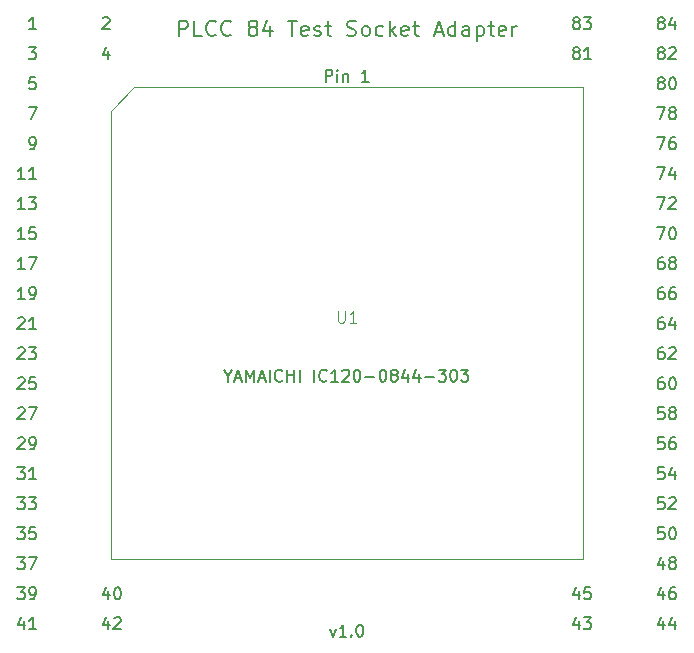
<source format=gbr>
%TF.GenerationSoftware,KiCad,Pcbnew,8.0.7*%
%TF.CreationDate,2025-02-20T01:00:11-06:00*%
%TF.ProjectId,PLCC-84-Test-Socket-Adapter,504c4343-2d38-4342-9d54-6573742d536f,v1.0*%
%TF.SameCoordinates,Original*%
%TF.FileFunction,Legend,Top*%
%TF.FilePolarity,Positive*%
%FSLAX46Y46*%
G04 Gerber Fmt 4.6, Leading zero omitted, Abs format (unit mm)*
G04 Created by KiCad (PCBNEW 8.0.7) date 2025-02-20 01:00:11*
%MOMM*%
%LPD*%
G01*
G04 APERTURE LIST*
%ADD10C,0.150000*%
%ADD11C,0.200000*%
%ADD12C,0.100000*%
G04 APERTURE END LIST*
D10*
X132172030Y-98660057D02*
X132219649Y-98612438D01*
X132219649Y-98612438D02*
X132314887Y-98564819D01*
X132314887Y-98564819D02*
X132552982Y-98564819D01*
X132552982Y-98564819D02*
X132648220Y-98612438D01*
X132648220Y-98612438D02*
X132695839Y-98660057D01*
X132695839Y-98660057D02*
X132743458Y-98755295D01*
X132743458Y-98755295D02*
X132743458Y-98850533D01*
X132743458Y-98850533D02*
X132695839Y-98993390D01*
X132695839Y-98993390D02*
X132124411Y-99564819D01*
X132124411Y-99564819D02*
X132743458Y-99564819D01*
X133648220Y-98564819D02*
X133172030Y-98564819D01*
X133172030Y-98564819D02*
X133124411Y-99041009D01*
X133124411Y-99041009D02*
X133172030Y-98993390D01*
X133172030Y-98993390D02*
X133267268Y-98945771D01*
X133267268Y-98945771D02*
X133505363Y-98945771D01*
X133505363Y-98945771D02*
X133600601Y-98993390D01*
X133600601Y-98993390D02*
X133648220Y-99041009D01*
X133648220Y-99041009D02*
X133695839Y-99136247D01*
X133695839Y-99136247D02*
X133695839Y-99374342D01*
X133695839Y-99374342D02*
X133648220Y-99469580D01*
X133648220Y-99469580D02*
X133600601Y-99517200D01*
X133600601Y-99517200D02*
X133505363Y-99564819D01*
X133505363Y-99564819D02*
X133267268Y-99564819D01*
X133267268Y-99564819D02*
X133172030Y-99517200D01*
X133172030Y-99517200D02*
X133124411Y-99469580D01*
X179638220Y-119218152D02*
X179638220Y-119884819D01*
X179400125Y-118837200D02*
X179162030Y-119551485D01*
X179162030Y-119551485D02*
X179781077Y-119551485D01*
X180066792Y-118884819D02*
X180685839Y-118884819D01*
X180685839Y-118884819D02*
X180352506Y-119265771D01*
X180352506Y-119265771D02*
X180495363Y-119265771D01*
X180495363Y-119265771D02*
X180590601Y-119313390D01*
X180590601Y-119313390D02*
X180638220Y-119361009D01*
X180638220Y-119361009D02*
X180685839Y-119456247D01*
X180685839Y-119456247D02*
X180685839Y-119694342D01*
X180685839Y-119694342D02*
X180638220Y-119789580D01*
X180638220Y-119789580D02*
X180590601Y-119837200D01*
X180590601Y-119837200D02*
X180495363Y-119884819D01*
X180495363Y-119884819D02*
X180209649Y-119884819D01*
X180209649Y-119884819D02*
X180114411Y-119837200D01*
X180114411Y-119837200D02*
X180066792Y-119789580D01*
X186820350Y-116678152D02*
X186820350Y-117344819D01*
X186582255Y-116297200D02*
X186344160Y-117011485D01*
X186344160Y-117011485D02*
X186963207Y-117011485D01*
X187772731Y-116344819D02*
X187582255Y-116344819D01*
X187582255Y-116344819D02*
X187487017Y-116392438D01*
X187487017Y-116392438D02*
X187439398Y-116440057D01*
X187439398Y-116440057D02*
X187344160Y-116582914D01*
X187344160Y-116582914D02*
X187296541Y-116773390D01*
X187296541Y-116773390D02*
X187296541Y-117154342D01*
X187296541Y-117154342D02*
X187344160Y-117249580D01*
X187344160Y-117249580D02*
X187391779Y-117297200D01*
X187391779Y-117297200D02*
X187487017Y-117344819D01*
X187487017Y-117344819D02*
X187677493Y-117344819D01*
X187677493Y-117344819D02*
X187772731Y-117297200D01*
X187772731Y-117297200D02*
X187820350Y-117249580D01*
X187820350Y-117249580D02*
X187867969Y-117154342D01*
X187867969Y-117154342D02*
X187867969Y-116916247D01*
X187867969Y-116916247D02*
X187820350Y-116821009D01*
X187820350Y-116821009D02*
X187772731Y-116773390D01*
X187772731Y-116773390D02*
X187677493Y-116725771D01*
X187677493Y-116725771D02*
X187487017Y-116725771D01*
X187487017Y-116725771D02*
X187391779Y-116773390D01*
X187391779Y-116773390D02*
X187344160Y-116821009D01*
X187344160Y-116821009D02*
X187296541Y-116916247D01*
X186534636Y-73593390D02*
X186439398Y-73545771D01*
X186439398Y-73545771D02*
X186391779Y-73498152D01*
X186391779Y-73498152D02*
X186344160Y-73402914D01*
X186344160Y-73402914D02*
X186344160Y-73355295D01*
X186344160Y-73355295D02*
X186391779Y-73260057D01*
X186391779Y-73260057D02*
X186439398Y-73212438D01*
X186439398Y-73212438D02*
X186534636Y-73164819D01*
X186534636Y-73164819D02*
X186725112Y-73164819D01*
X186725112Y-73164819D02*
X186820350Y-73212438D01*
X186820350Y-73212438D02*
X186867969Y-73260057D01*
X186867969Y-73260057D02*
X186915588Y-73355295D01*
X186915588Y-73355295D02*
X186915588Y-73402914D01*
X186915588Y-73402914D02*
X186867969Y-73498152D01*
X186867969Y-73498152D02*
X186820350Y-73545771D01*
X186820350Y-73545771D02*
X186725112Y-73593390D01*
X186725112Y-73593390D02*
X186534636Y-73593390D01*
X186534636Y-73593390D02*
X186439398Y-73641009D01*
X186439398Y-73641009D02*
X186391779Y-73688628D01*
X186391779Y-73688628D02*
X186344160Y-73783866D01*
X186344160Y-73783866D02*
X186344160Y-73974342D01*
X186344160Y-73974342D02*
X186391779Y-74069580D01*
X186391779Y-74069580D02*
X186439398Y-74117200D01*
X186439398Y-74117200D02*
X186534636Y-74164819D01*
X186534636Y-74164819D02*
X186725112Y-74164819D01*
X186725112Y-74164819D02*
X186820350Y-74117200D01*
X186820350Y-74117200D02*
X186867969Y-74069580D01*
X186867969Y-74069580D02*
X186915588Y-73974342D01*
X186915588Y-73974342D02*
X186915588Y-73783866D01*
X186915588Y-73783866D02*
X186867969Y-73688628D01*
X186867969Y-73688628D02*
X186820350Y-73641009D01*
X186820350Y-73641009D02*
X186725112Y-73593390D01*
X187534636Y-73164819D02*
X187629874Y-73164819D01*
X187629874Y-73164819D02*
X187725112Y-73212438D01*
X187725112Y-73212438D02*
X187772731Y-73260057D01*
X187772731Y-73260057D02*
X187820350Y-73355295D01*
X187820350Y-73355295D02*
X187867969Y-73545771D01*
X187867969Y-73545771D02*
X187867969Y-73783866D01*
X187867969Y-73783866D02*
X187820350Y-73974342D01*
X187820350Y-73974342D02*
X187772731Y-74069580D01*
X187772731Y-74069580D02*
X187725112Y-74117200D01*
X187725112Y-74117200D02*
X187629874Y-74164819D01*
X187629874Y-74164819D02*
X187534636Y-74164819D01*
X187534636Y-74164819D02*
X187439398Y-74117200D01*
X187439398Y-74117200D02*
X187391779Y-74069580D01*
X187391779Y-74069580D02*
X187344160Y-73974342D01*
X187344160Y-73974342D02*
X187296541Y-73783866D01*
X187296541Y-73783866D02*
X187296541Y-73545771D01*
X187296541Y-73545771D02*
X187344160Y-73355295D01*
X187344160Y-73355295D02*
X187391779Y-73260057D01*
X187391779Y-73260057D02*
X187439398Y-73212438D01*
X187439398Y-73212438D02*
X187534636Y-73164819D01*
X132172030Y-96120057D02*
X132219649Y-96072438D01*
X132219649Y-96072438D02*
X132314887Y-96024819D01*
X132314887Y-96024819D02*
X132552982Y-96024819D01*
X132552982Y-96024819D02*
X132648220Y-96072438D01*
X132648220Y-96072438D02*
X132695839Y-96120057D01*
X132695839Y-96120057D02*
X132743458Y-96215295D01*
X132743458Y-96215295D02*
X132743458Y-96310533D01*
X132743458Y-96310533D02*
X132695839Y-96453390D01*
X132695839Y-96453390D02*
X132124411Y-97024819D01*
X132124411Y-97024819D02*
X132743458Y-97024819D01*
X133076792Y-96024819D02*
X133695839Y-96024819D01*
X133695839Y-96024819D02*
X133362506Y-96405771D01*
X133362506Y-96405771D02*
X133505363Y-96405771D01*
X133505363Y-96405771D02*
X133600601Y-96453390D01*
X133600601Y-96453390D02*
X133648220Y-96501009D01*
X133648220Y-96501009D02*
X133695839Y-96596247D01*
X133695839Y-96596247D02*
X133695839Y-96834342D01*
X133695839Y-96834342D02*
X133648220Y-96929580D01*
X133648220Y-96929580D02*
X133600601Y-96977200D01*
X133600601Y-96977200D02*
X133505363Y-97024819D01*
X133505363Y-97024819D02*
X133219649Y-97024819D01*
X133219649Y-97024819D02*
X133124411Y-96977200D01*
X133124411Y-96977200D02*
X133076792Y-96929580D01*
X186296541Y-80784819D02*
X186963207Y-80784819D01*
X186963207Y-80784819D02*
X186534636Y-81784819D01*
X187772731Y-81118152D02*
X187772731Y-81784819D01*
X187534636Y-80737200D02*
X187296541Y-81451485D01*
X187296541Y-81451485D02*
X187915588Y-81451485D01*
X186820350Y-88404819D02*
X186629874Y-88404819D01*
X186629874Y-88404819D02*
X186534636Y-88452438D01*
X186534636Y-88452438D02*
X186487017Y-88500057D01*
X186487017Y-88500057D02*
X186391779Y-88642914D01*
X186391779Y-88642914D02*
X186344160Y-88833390D01*
X186344160Y-88833390D02*
X186344160Y-89214342D01*
X186344160Y-89214342D02*
X186391779Y-89309580D01*
X186391779Y-89309580D02*
X186439398Y-89357200D01*
X186439398Y-89357200D02*
X186534636Y-89404819D01*
X186534636Y-89404819D02*
X186725112Y-89404819D01*
X186725112Y-89404819D02*
X186820350Y-89357200D01*
X186820350Y-89357200D02*
X186867969Y-89309580D01*
X186867969Y-89309580D02*
X186915588Y-89214342D01*
X186915588Y-89214342D02*
X186915588Y-88976247D01*
X186915588Y-88976247D02*
X186867969Y-88881009D01*
X186867969Y-88881009D02*
X186820350Y-88833390D01*
X186820350Y-88833390D02*
X186725112Y-88785771D01*
X186725112Y-88785771D02*
X186534636Y-88785771D01*
X186534636Y-88785771D02*
X186439398Y-88833390D01*
X186439398Y-88833390D02*
X186391779Y-88881009D01*
X186391779Y-88881009D02*
X186344160Y-88976247D01*
X187487017Y-88833390D02*
X187391779Y-88785771D01*
X187391779Y-88785771D02*
X187344160Y-88738152D01*
X187344160Y-88738152D02*
X187296541Y-88642914D01*
X187296541Y-88642914D02*
X187296541Y-88595295D01*
X187296541Y-88595295D02*
X187344160Y-88500057D01*
X187344160Y-88500057D02*
X187391779Y-88452438D01*
X187391779Y-88452438D02*
X187487017Y-88404819D01*
X187487017Y-88404819D02*
X187677493Y-88404819D01*
X187677493Y-88404819D02*
X187772731Y-88452438D01*
X187772731Y-88452438D02*
X187820350Y-88500057D01*
X187820350Y-88500057D02*
X187867969Y-88595295D01*
X187867969Y-88595295D02*
X187867969Y-88642914D01*
X187867969Y-88642914D02*
X187820350Y-88738152D01*
X187820350Y-88738152D02*
X187772731Y-88785771D01*
X187772731Y-88785771D02*
X187677493Y-88833390D01*
X187677493Y-88833390D02*
X187487017Y-88833390D01*
X187487017Y-88833390D02*
X187391779Y-88881009D01*
X187391779Y-88881009D02*
X187344160Y-88928628D01*
X187344160Y-88928628D02*
X187296541Y-89023866D01*
X187296541Y-89023866D02*
X187296541Y-89214342D01*
X187296541Y-89214342D02*
X187344160Y-89309580D01*
X187344160Y-89309580D02*
X187391779Y-89357200D01*
X187391779Y-89357200D02*
X187487017Y-89404819D01*
X187487017Y-89404819D02*
X187677493Y-89404819D01*
X187677493Y-89404819D02*
X187772731Y-89357200D01*
X187772731Y-89357200D02*
X187820350Y-89309580D01*
X187820350Y-89309580D02*
X187867969Y-89214342D01*
X187867969Y-89214342D02*
X187867969Y-89023866D01*
X187867969Y-89023866D02*
X187820350Y-88928628D01*
X187820350Y-88928628D02*
X187772731Y-88881009D01*
X187772731Y-88881009D02*
X187677493Y-88833390D01*
X186820350Y-98564819D02*
X186629874Y-98564819D01*
X186629874Y-98564819D02*
X186534636Y-98612438D01*
X186534636Y-98612438D02*
X186487017Y-98660057D01*
X186487017Y-98660057D02*
X186391779Y-98802914D01*
X186391779Y-98802914D02*
X186344160Y-98993390D01*
X186344160Y-98993390D02*
X186344160Y-99374342D01*
X186344160Y-99374342D02*
X186391779Y-99469580D01*
X186391779Y-99469580D02*
X186439398Y-99517200D01*
X186439398Y-99517200D02*
X186534636Y-99564819D01*
X186534636Y-99564819D02*
X186725112Y-99564819D01*
X186725112Y-99564819D02*
X186820350Y-99517200D01*
X186820350Y-99517200D02*
X186867969Y-99469580D01*
X186867969Y-99469580D02*
X186915588Y-99374342D01*
X186915588Y-99374342D02*
X186915588Y-99136247D01*
X186915588Y-99136247D02*
X186867969Y-99041009D01*
X186867969Y-99041009D02*
X186820350Y-98993390D01*
X186820350Y-98993390D02*
X186725112Y-98945771D01*
X186725112Y-98945771D02*
X186534636Y-98945771D01*
X186534636Y-98945771D02*
X186439398Y-98993390D01*
X186439398Y-98993390D02*
X186391779Y-99041009D01*
X186391779Y-99041009D02*
X186344160Y-99136247D01*
X187534636Y-98564819D02*
X187629874Y-98564819D01*
X187629874Y-98564819D02*
X187725112Y-98612438D01*
X187725112Y-98612438D02*
X187772731Y-98660057D01*
X187772731Y-98660057D02*
X187820350Y-98755295D01*
X187820350Y-98755295D02*
X187867969Y-98945771D01*
X187867969Y-98945771D02*
X187867969Y-99183866D01*
X187867969Y-99183866D02*
X187820350Y-99374342D01*
X187820350Y-99374342D02*
X187772731Y-99469580D01*
X187772731Y-99469580D02*
X187725112Y-99517200D01*
X187725112Y-99517200D02*
X187629874Y-99564819D01*
X187629874Y-99564819D02*
X187534636Y-99564819D01*
X187534636Y-99564819D02*
X187439398Y-99517200D01*
X187439398Y-99517200D02*
X187391779Y-99469580D01*
X187391779Y-99469580D02*
X187344160Y-99374342D01*
X187344160Y-99374342D02*
X187296541Y-99183866D01*
X187296541Y-99183866D02*
X187296541Y-98945771D01*
X187296541Y-98945771D02*
X187344160Y-98755295D01*
X187344160Y-98755295D02*
X187391779Y-98660057D01*
X187391779Y-98660057D02*
X187439398Y-98612438D01*
X187439398Y-98612438D02*
X187534636Y-98564819D01*
X186296541Y-85864819D02*
X186963207Y-85864819D01*
X186963207Y-85864819D02*
X186534636Y-86864819D01*
X187534636Y-85864819D02*
X187629874Y-85864819D01*
X187629874Y-85864819D02*
X187725112Y-85912438D01*
X187725112Y-85912438D02*
X187772731Y-85960057D01*
X187772731Y-85960057D02*
X187820350Y-86055295D01*
X187820350Y-86055295D02*
X187867969Y-86245771D01*
X187867969Y-86245771D02*
X187867969Y-86483866D01*
X187867969Y-86483866D02*
X187820350Y-86674342D01*
X187820350Y-86674342D02*
X187772731Y-86769580D01*
X187772731Y-86769580D02*
X187725112Y-86817200D01*
X187725112Y-86817200D02*
X187629874Y-86864819D01*
X187629874Y-86864819D02*
X187534636Y-86864819D01*
X187534636Y-86864819D02*
X187439398Y-86817200D01*
X187439398Y-86817200D02*
X187391779Y-86769580D01*
X187391779Y-86769580D02*
X187344160Y-86674342D01*
X187344160Y-86674342D02*
X187296541Y-86483866D01*
X187296541Y-86483866D02*
X187296541Y-86245771D01*
X187296541Y-86245771D02*
X187344160Y-86055295D01*
X187344160Y-86055295D02*
X187391779Y-85960057D01*
X187391779Y-85960057D02*
X187439398Y-85912438D01*
X187439398Y-85912438D02*
X187534636Y-85864819D01*
X133219649Y-79244819D02*
X133410125Y-79244819D01*
X133410125Y-79244819D02*
X133505363Y-79197200D01*
X133505363Y-79197200D02*
X133552982Y-79149580D01*
X133552982Y-79149580D02*
X133648220Y-79006723D01*
X133648220Y-79006723D02*
X133695839Y-78816247D01*
X133695839Y-78816247D02*
X133695839Y-78435295D01*
X133695839Y-78435295D02*
X133648220Y-78340057D01*
X133648220Y-78340057D02*
X133600601Y-78292438D01*
X133600601Y-78292438D02*
X133505363Y-78244819D01*
X133505363Y-78244819D02*
X133314887Y-78244819D01*
X133314887Y-78244819D02*
X133219649Y-78292438D01*
X133219649Y-78292438D02*
X133172030Y-78340057D01*
X133172030Y-78340057D02*
X133124411Y-78435295D01*
X133124411Y-78435295D02*
X133124411Y-78673390D01*
X133124411Y-78673390D02*
X133172030Y-78768628D01*
X133172030Y-78768628D02*
X133219649Y-78816247D01*
X133219649Y-78816247D02*
X133314887Y-78863866D01*
X133314887Y-78863866D02*
X133505363Y-78863866D01*
X133505363Y-78863866D02*
X133600601Y-78816247D01*
X133600601Y-78816247D02*
X133648220Y-78768628D01*
X133648220Y-78768628D02*
X133695839Y-78673390D01*
X132743458Y-86864819D02*
X132172030Y-86864819D01*
X132457744Y-86864819D02*
X132457744Y-85864819D01*
X132457744Y-85864819D02*
X132362506Y-86007676D01*
X132362506Y-86007676D02*
X132267268Y-86102914D01*
X132267268Y-86102914D02*
X132172030Y-86150533D01*
X133648220Y-85864819D02*
X133172030Y-85864819D01*
X133172030Y-85864819D02*
X133124411Y-86341009D01*
X133124411Y-86341009D02*
X133172030Y-86293390D01*
X133172030Y-86293390D02*
X133267268Y-86245771D01*
X133267268Y-86245771D02*
X133505363Y-86245771D01*
X133505363Y-86245771D02*
X133600601Y-86293390D01*
X133600601Y-86293390D02*
X133648220Y-86341009D01*
X133648220Y-86341009D02*
X133695839Y-86436247D01*
X133695839Y-86436247D02*
X133695839Y-86674342D01*
X133695839Y-86674342D02*
X133648220Y-86769580D01*
X133648220Y-86769580D02*
X133600601Y-86817200D01*
X133600601Y-86817200D02*
X133505363Y-86864819D01*
X133505363Y-86864819D02*
X133267268Y-86864819D01*
X133267268Y-86864819D02*
X133172030Y-86817200D01*
X133172030Y-86817200D02*
X133124411Y-86769580D01*
X132743458Y-81784819D02*
X132172030Y-81784819D01*
X132457744Y-81784819D02*
X132457744Y-80784819D01*
X132457744Y-80784819D02*
X132362506Y-80927676D01*
X132362506Y-80927676D02*
X132267268Y-81022914D01*
X132267268Y-81022914D02*
X132172030Y-81070533D01*
X133695839Y-81784819D02*
X133124411Y-81784819D01*
X133410125Y-81784819D02*
X133410125Y-80784819D01*
X133410125Y-80784819D02*
X133314887Y-80927676D01*
X133314887Y-80927676D02*
X133219649Y-81022914D01*
X133219649Y-81022914D02*
X133124411Y-81070533D01*
X132124411Y-106184819D02*
X132743458Y-106184819D01*
X132743458Y-106184819D02*
X132410125Y-106565771D01*
X132410125Y-106565771D02*
X132552982Y-106565771D01*
X132552982Y-106565771D02*
X132648220Y-106613390D01*
X132648220Y-106613390D02*
X132695839Y-106661009D01*
X132695839Y-106661009D02*
X132743458Y-106756247D01*
X132743458Y-106756247D02*
X132743458Y-106994342D01*
X132743458Y-106994342D02*
X132695839Y-107089580D01*
X132695839Y-107089580D02*
X132648220Y-107137200D01*
X132648220Y-107137200D02*
X132552982Y-107184819D01*
X132552982Y-107184819D02*
X132267268Y-107184819D01*
X132267268Y-107184819D02*
X132172030Y-107137200D01*
X132172030Y-107137200D02*
X132124411Y-107089580D01*
X133695839Y-107184819D02*
X133124411Y-107184819D01*
X133410125Y-107184819D02*
X133410125Y-106184819D01*
X133410125Y-106184819D02*
X133314887Y-106327676D01*
X133314887Y-106327676D02*
X133219649Y-106422914D01*
X133219649Y-106422914D02*
X133124411Y-106470533D01*
X149972381Y-98453628D02*
X149972381Y-98929819D01*
X149639048Y-97929819D02*
X149972381Y-98453628D01*
X149972381Y-98453628D02*
X150305714Y-97929819D01*
X150591429Y-98644104D02*
X151067619Y-98644104D01*
X150496191Y-98929819D02*
X150829524Y-97929819D01*
X150829524Y-97929819D02*
X151162857Y-98929819D01*
X151496191Y-98929819D02*
X151496191Y-97929819D01*
X151496191Y-97929819D02*
X151829524Y-98644104D01*
X151829524Y-98644104D02*
X152162857Y-97929819D01*
X152162857Y-97929819D02*
X152162857Y-98929819D01*
X152591429Y-98644104D02*
X153067619Y-98644104D01*
X152496191Y-98929819D02*
X152829524Y-97929819D01*
X152829524Y-97929819D02*
X153162857Y-98929819D01*
X153496191Y-98929819D02*
X153496191Y-97929819D01*
X154543809Y-98834580D02*
X154496190Y-98882200D01*
X154496190Y-98882200D02*
X154353333Y-98929819D01*
X154353333Y-98929819D02*
X154258095Y-98929819D01*
X154258095Y-98929819D02*
X154115238Y-98882200D01*
X154115238Y-98882200D02*
X154020000Y-98786961D01*
X154020000Y-98786961D02*
X153972381Y-98691723D01*
X153972381Y-98691723D02*
X153924762Y-98501247D01*
X153924762Y-98501247D02*
X153924762Y-98358390D01*
X153924762Y-98358390D02*
X153972381Y-98167914D01*
X153972381Y-98167914D02*
X154020000Y-98072676D01*
X154020000Y-98072676D02*
X154115238Y-97977438D01*
X154115238Y-97977438D02*
X154258095Y-97929819D01*
X154258095Y-97929819D02*
X154353333Y-97929819D01*
X154353333Y-97929819D02*
X154496190Y-97977438D01*
X154496190Y-97977438D02*
X154543809Y-98025057D01*
X154972381Y-98929819D02*
X154972381Y-97929819D01*
X154972381Y-98406009D02*
X155543809Y-98406009D01*
X155543809Y-98929819D02*
X155543809Y-97929819D01*
X156020000Y-98929819D02*
X156020000Y-97929819D01*
X157258095Y-98929819D02*
X157258095Y-97929819D01*
X158305713Y-98834580D02*
X158258094Y-98882200D01*
X158258094Y-98882200D02*
X158115237Y-98929819D01*
X158115237Y-98929819D02*
X158019999Y-98929819D01*
X158019999Y-98929819D02*
X157877142Y-98882200D01*
X157877142Y-98882200D02*
X157781904Y-98786961D01*
X157781904Y-98786961D02*
X157734285Y-98691723D01*
X157734285Y-98691723D02*
X157686666Y-98501247D01*
X157686666Y-98501247D02*
X157686666Y-98358390D01*
X157686666Y-98358390D02*
X157734285Y-98167914D01*
X157734285Y-98167914D02*
X157781904Y-98072676D01*
X157781904Y-98072676D02*
X157877142Y-97977438D01*
X157877142Y-97977438D02*
X158019999Y-97929819D01*
X158019999Y-97929819D02*
X158115237Y-97929819D01*
X158115237Y-97929819D02*
X158258094Y-97977438D01*
X158258094Y-97977438D02*
X158305713Y-98025057D01*
X159258094Y-98929819D02*
X158686666Y-98929819D01*
X158972380Y-98929819D02*
X158972380Y-97929819D01*
X158972380Y-97929819D02*
X158877142Y-98072676D01*
X158877142Y-98072676D02*
X158781904Y-98167914D01*
X158781904Y-98167914D02*
X158686666Y-98215533D01*
X159639047Y-98025057D02*
X159686666Y-97977438D01*
X159686666Y-97977438D02*
X159781904Y-97929819D01*
X159781904Y-97929819D02*
X160019999Y-97929819D01*
X160019999Y-97929819D02*
X160115237Y-97977438D01*
X160115237Y-97977438D02*
X160162856Y-98025057D01*
X160162856Y-98025057D02*
X160210475Y-98120295D01*
X160210475Y-98120295D02*
X160210475Y-98215533D01*
X160210475Y-98215533D02*
X160162856Y-98358390D01*
X160162856Y-98358390D02*
X159591428Y-98929819D01*
X159591428Y-98929819D02*
X160210475Y-98929819D01*
X160829523Y-97929819D02*
X160924761Y-97929819D01*
X160924761Y-97929819D02*
X161019999Y-97977438D01*
X161019999Y-97977438D02*
X161067618Y-98025057D01*
X161067618Y-98025057D02*
X161115237Y-98120295D01*
X161115237Y-98120295D02*
X161162856Y-98310771D01*
X161162856Y-98310771D02*
X161162856Y-98548866D01*
X161162856Y-98548866D02*
X161115237Y-98739342D01*
X161115237Y-98739342D02*
X161067618Y-98834580D01*
X161067618Y-98834580D02*
X161019999Y-98882200D01*
X161019999Y-98882200D02*
X160924761Y-98929819D01*
X160924761Y-98929819D02*
X160829523Y-98929819D01*
X160829523Y-98929819D02*
X160734285Y-98882200D01*
X160734285Y-98882200D02*
X160686666Y-98834580D01*
X160686666Y-98834580D02*
X160639047Y-98739342D01*
X160639047Y-98739342D02*
X160591428Y-98548866D01*
X160591428Y-98548866D02*
X160591428Y-98310771D01*
X160591428Y-98310771D02*
X160639047Y-98120295D01*
X160639047Y-98120295D02*
X160686666Y-98025057D01*
X160686666Y-98025057D02*
X160734285Y-97977438D01*
X160734285Y-97977438D02*
X160829523Y-97929819D01*
X161591428Y-98548866D02*
X162353333Y-98548866D01*
X163019999Y-97929819D02*
X163115237Y-97929819D01*
X163115237Y-97929819D02*
X163210475Y-97977438D01*
X163210475Y-97977438D02*
X163258094Y-98025057D01*
X163258094Y-98025057D02*
X163305713Y-98120295D01*
X163305713Y-98120295D02*
X163353332Y-98310771D01*
X163353332Y-98310771D02*
X163353332Y-98548866D01*
X163353332Y-98548866D02*
X163305713Y-98739342D01*
X163305713Y-98739342D02*
X163258094Y-98834580D01*
X163258094Y-98834580D02*
X163210475Y-98882200D01*
X163210475Y-98882200D02*
X163115237Y-98929819D01*
X163115237Y-98929819D02*
X163019999Y-98929819D01*
X163019999Y-98929819D02*
X162924761Y-98882200D01*
X162924761Y-98882200D02*
X162877142Y-98834580D01*
X162877142Y-98834580D02*
X162829523Y-98739342D01*
X162829523Y-98739342D02*
X162781904Y-98548866D01*
X162781904Y-98548866D02*
X162781904Y-98310771D01*
X162781904Y-98310771D02*
X162829523Y-98120295D01*
X162829523Y-98120295D02*
X162877142Y-98025057D01*
X162877142Y-98025057D02*
X162924761Y-97977438D01*
X162924761Y-97977438D02*
X163019999Y-97929819D01*
X163924761Y-98358390D02*
X163829523Y-98310771D01*
X163829523Y-98310771D02*
X163781904Y-98263152D01*
X163781904Y-98263152D02*
X163734285Y-98167914D01*
X163734285Y-98167914D02*
X163734285Y-98120295D01*
X163734285Y-98120295D02*
X163781904Y-98025057D01*
X163781904Y-98025057D02*
X163829523Y-97977438D01*
X163829523Y-97977438D02*
X163924761Y-97929819D01*
X163924761Y-97929819D02*
X164115237Y-97929819D01*
X164115237Y-97929819D02*
X164210475Y-97977438D01*
X164210475Y-97977438D02*
X164258094Y-98025057D01*
X164258094Y-98025057D02*
X164305713Y-98120295D01*
X164305713Y-98120295D02*
X164305713Y-98167914D01*
X164305713Y-98167914D02*
X164258094Y-98263152D01*
X164258094Y-98263152D02*
X164210475Y-98310771D01*
X164210475Y-98310771D02*
X164115237Y-98358390D01*
X164115237Y-98358390D02*
X163924761Y-98358390D01*
X163924761Y-98358390D02*
X163829523Y-98406009D01*
X163829523Y-98406009D02*
X163781904Y-98453628D01*
X163781904Y-98453628D02*
X163734285Y-98548866D01*
X163734285Y-98548866D02*
X163734285Y-98739342D01*
X163734285Y-98739342D02*
X163781904Y-98834580D01*
X163781904Y-98834580D02*
X163829523Y-98882200D01*
X163829523Y-98882200D02*
X163924761Y-98929819D01*
X163924761Y-98929819D02*
X164115237Y-98929819D01*
X164115237Y-98929819D02*
X164210475Y-98882200D01*
X164210475Y-98882200D02*
X164258094Y-98834580D01*
X164258094Y-98834580D02*
X164305713Y-98739342D01*
X164305713Y-98739342D02*
X164305713Y-98548866D01*
X164305713Y-98548866D02*
X164258094Y-98453628D01*
X164258094Y-98453628D02*
X164210475Y-98406009D01*
X164210475Y-98406009D02*
X164115237Y-98358390D01*
X165162856Y-98263152D02*
X165162856Y-98929819D01*
X164924761Y-97882200D02*
X164686666Y-98596485D01*
X164686666Y-98596485D02*
X165305713Y-98596485D01*
X166115237Y-98263152D02*
X166115237Y-98929819D01*
X165877142Y-97882200D02*
X165639047Y-98596485D01*
X165639047Y-98596485D02*
X166258094Y-98596485D01*
X166639047Y-98548866D02*
X167400952Y-98548866D01*
X167781904Y-97929819D02*
X168400951Y-97929819D01*
X168400951Y-97929819D02*
X168067618Y-98310771D01*
X168067618Y-98310771D02*
X168210475Y-98310771D01*
X168210475Y-98310771D02*
X168305713Y-98358390D01*
X168305713Y-98358390D02*
X168353332Y-98406009D01*
X168353332Y-98406009D02*
X168400951Y-98501247D01*
X168400951Y-98501247D02*
X168400951Y-98739342D01*
X168400951Y-98739342D02*
X168353332Y-98834580D01*
X168353332Y-98834580D02*
X168305713Y-98882200D01*
X168305713Y-98882200D02*
X168210475Y-98929819D01*
X168210475Y-98929819D02*
X167924761Y-98929819D01*
X167924761Y-98929819D02*
X167829523Y-98882200D01*
X167829523Y-98882200D02*
X167781904Y-98834580D01*
X169019999Y-97929819D02*
X169115237Y-97929819D01*
X169115237Y-97929819D02*
X169210475Y-97977438D01*
X169210475Y-97977438D02*
X169258094Y-98025057D01*
X169258094Y-98025057D02*
X169305713Y-98120295D01*
X169305713Y-98120295D02*
X169353332Y-98310771D01*
X169353332Y-98310771D02*
X169353332Y-98548866D01*
X169353332Y-98548866D02*
X169305713Y-98739342D01*
X169305713Y-98739342D02*
X169258094Y-98834580D01*
X169258094Y-98834580D02*
X169210475Y-98882200D01*
X169210475Y-98882200D02*
X169115237Y-98929819D01*
X169115237Y-98929819D02*
X169019999Y-98929819D01*
X169019999Y-98929819D02*
X168924761Y-98882200D01*
X168924761Y-98882200D02*
X168877142Y-98834580D01*
X168877142Y-98834580D02*
X168829523Y-98739342D01*
X168829523Y-98739342D02*
X168781904Y-98548866D01*
X168781904Y-98548866D02*
X168781904Y-98310771D01*
X168781904Y-98310771D02*
X168829523Y-98120295D01*
X168829523Y-98120295D02*
X168877142Y-98025057D01*
X168877142Y-98025057D02*
X168924761Y-97977438D01*
X168924761Y-97977438D02*
X169019999Y-97929819D01*
X169686666Y-97929819D02*
X170305713Y-97929819D01*
X170305713Y-97929819D02*
X169972380Y-98310771D01*
X169972380Y-98310771D02*
X170115237Y-98310771D01*
X170115237Y-98310771D02*
X170210475Y-98358390D01*
X170210475Y-98358390D02*
X170258094Y-98406009D01*
X170258094Y-98406009D02*
X170305713Y-98501247D01*
X170305713Y-98501247D02*
X170305713Y-98739342D01*
X170305713Y-98739342D02*
X170258094Y-98834580D01*
X170258094Y-98834580D02*
X170210475Y-98882200D01*
X170210475Y-98882200D02*
X170115237Y-98929819D01*
X170115237Y-98929819D02*
X169829523Y-98929819D01*
X169829523Y-98929819D02*
X169734285Y-98882200D01*
X169734285Y-98882200D02*
X169686666Y-98834580D01*
X186296541Y-75704819D02*
X186963207Y-75704819D01*
X186963207Y-75704819D02*
X186534636Y-76704819D01*
X187487017Y-76133390D02*
X187391779Y-76085771D01*
X187391779Y-76085771D02*
X187344160Y-76038152D01*
X187344160Y-76038152D02*
X187296541Y-75942914D01*
X187296541Y-75942914D02*
X187296541Y-75895295D01*
X187296541Y-75895295D02*
X187344160Y-75800057D01*
X187344160Y-75800057D02*
X187391779Y-75752438D01*
X187391779Y-75752438D02*
X187487017Y-75704819D01*
X187487017Y-75704819D02*
X187677493Y-75704819D01*
X187677493Y-75704819D02*
X187772731Y-75752438D01*
X187772731Y-75752438D02*
X187820350Y-75800057D01*
X187820350Y-75800057D02*
X187867969Y-75895295D01*
X187867969Y-75895295D02*
X187867969Y-75942914D01*
X187867969Y-75942914D02*
X187820350Y-76038152D01*
X187820350Y-76038152D02*
X187772731Y-76085771D01*
X187772731Y-76085771D02*
X187677493Y-76133390D01*
X187677493Y-76133390D02*
X187487017Y-76133390D01*
X187487017Y-76133390D02*
X187391779Y-76181009D01*
X187391779Y-76181009D02*
X187344160Y-76228628D01*
X187344160Y-76228628D02*
X187296541Y-76323866D01*
X187296541Y-76323866D02*
X187296541Y-76514342D01*
X187296541Y-76514342D02*
X187344160Y-76609580D01*
X187344160Y-76609580D02*
X187391779Y-76657200D01*
X187391779Y-76657200D02*
X187487017Y-76704819D01*
X187487017Y-76704819D02*
X187677493Y-76704819D01*
X187677493Y-76704819D02*
X187772731Y-76657200D01*
X187772731Y-76657200D02*
X187820350Y-76609580D01*
X187820350Y-76609580D02*
X187867969Y-76514342D01*
X187867969Y-76514342D02*
X187867969Y-76323866D01*
X187867969Y-76323866D02*
X187820350Y-76228628D01*
X187820350Y-76228628D02*
X187772731Y-76181009D01*
X187772731Y-76181009D02*
X187677493Y-76133390D01*
X186296541Y-83324819D02*
X186963207Y-83324819D01*
X186963207Y-83324819D02*
X186534636Y-84324819D01*
X187296541Y-83420057D02*
X187344160Y-83372438D01*
X187344160Y-83372438D02*
X187439398Y-83324819D01*
X187439398Y-83324819D02*
X187677493Y-83324819D01*
X187677493Y-83324819D02*
X187772731Y-83372438D01*
X187772731Y-83372438D02*
X187820350Y-83420057D01*
X187820350Y-83420057D02*
X187867969Y-83515295D01*
X187867969Y-83515295D02*
X187867969Y-83610533D01*
X187867969Y-83610533D02*
X187820350Y-83753390D01*
X187820350Y-83753390D02*
X187248922Y-84324819D01*
X187248922Y-84324819D02*
X187867969Y-84324819D01*
X179638220Y-116678152D02*
X179638220Y-117344819D01*
X179400125Y-116297200D02*
X179162030Y-117011485D01*
X179162030Y-117011485D02*
X179781077Y-117011485D01*
X180638220Y-116344819D02*
X180162030Y-116344819D01*
X180162030Y-116344819D02*
X180114411Y-116821009D01*
X180114411Y-116821009D02*
X180162030Y-116773390D01*
X180162030Y-116773390D02*
X180257268Y-116725771D01*
X180257268Y-116725771D02*
X180495363Y-116725771D01*
X180495363Y-116725771D02*
X180590601Y-116773390D01*
X180590601Y-116773390D02*
X180638220Y-116821009D01*
X180638220Y-116821009D02*
X180685839Y-116916247D01*
X180685839Y-116916247D02*
X180685839Y-117154342D01*
X180685839Y-117154342D02*
X180638220Y-117249580D01*
X180638220Y-117249580D02*
X180590601Y-117297200D01*
X180590601Y-117297200D02*
X180495363Y-117344819D01*
X180495363Y-117344819D02*
X180257268Y-117344819D01*
X180257268Y-117344819D02*
X180162030Y-117297200D01*
X180162030Y-117297200D02*
X180114411Y-117249580D01*
X133648220Y-73164819D02*
X133172030Y-73164819D01*
X133172030Y-73164819D02*
X133124411Y-73641009D01*
X133124411Y-73641009D02*
X133172030Y-73593390D01*
X133172030Y-73593390D02*
X133267268Y-73545771D01*
X133267268Y-73545771D02*
X133505363Y-73545771D01*
X133505363Y-73545771D02*
X133600601Y-73593390D01*
X133600601Y-73593390D02*
X133648220Y-73641009D01*
X133648220Y-73641009D02*
X133695839Y-73736247D01*
X133695839Y-73736247D02*
X133695839Y-73974342D01*
X133695839Y-73974342D02*
X133648220Y-74069580D01*
X133648220Y-74069580D02*
X133600601Y-74117200D01*
X133600601Y-74117200D02*
X133505363Y-74164819D01*
X133505363Y-74164819D02*
X133267268Y-74164819D01*
X133267268Y-74164819D02*
X133172030Y-74117200D01*
X133172030Y-74117200D02*
X133124411Y-74069580D01*
X132172030Y-93580057D02*
X132219649Y-93532438D01*
X132219649Y-93532438D02*
X132314887Y-93484819D01*
X132314887Y-93484819D02*
X132552982Y-93484819D01*
X132552982Y-93484819D02*
X132648220Y-93532438D01*
X132648220Y-93532438D02*
X132695839Y-93580057D01*
X132695839Y-93580057D02*
X132743458Y-93675295D01*
X132743458Y-93675295D02*
X132743458Y-93770533D01*
X132743458Y-93770533D02*
X132695839Y-93913390D01*
X132695839Y-93913390D02*
X132124411Y-94484819D01*
X132124411Y-94484819D02*
X132743458Y-94484819D01*
X133695839Y-94484819D02*
X133124411Y-94484819D01*
X133410125Y-94484819D02*
X133410125Y-93484819D01*
X133410125Y-93484819D02*
X133314887Y-93627676D01*
X133314887Y-93627676D02*
X133219649Y-93722914D01*
X133219649Y-93722914D02*
X133124411Y-93770533D01*
X132124411Y-116344819D02*
X132743458Y-116344819D01*
X132743458Y-116344819D02*
X132410125Y-116725771D01*
X132410125Y-116725771D02*
X132552982Y-116725771D01*
X132552982Y-116725771D02*
X132648220Y-116773390D01*
X132648220Y-116773390D02*
X132695839Y-116821009D01*
X132695839Y-116821009D02*
X132743458Y-116916247D01*
X132743458Y-116916247D02*
X132743458Y-117154342D01*
X132743458Y-117154342D02*
X132695839Y-117249580D01*
X132695839Y-117249580D02*
X132648220Y-117297200D01*
X132648220Y-117297200D02*
X132552982Y-117344819D01*
X132552982Y-117344819D02*
X132267268Y-117344819D01*
X132267268Y-117344819D02*
X132172030Y-117297200D01*
X132172030Y-117297200D02*
X132124411Y-117249580D01*
X133219649Y-117344819D02*
X133410125Y-117344819D01*
X133410125Y-117344819D02*
X133505363Y-117297200D01*
X133505363Y-117297200D02*
X133552982Y-117249580D01*
X133552982Y-117249580D02*
X133648220Y-117106723D01*
X133648220Y-117106723D02*
X133695839Y-116916247D01*
X133695839Y-116916247D02*
X133695839Y-116535295D01*
X133695839Y-116535295D02*
X133648220Y-116440057D01*
X133648220Y-116440057D02*
X133600601Y-116392438D01*
X133600601Y-116392438D02*
X133505363Y-116344819D01*
X133505363Y-116344819D02*
X133314887Y-116344819D01*
X133314887Y-116344819D02*
X133219649Y-116392438D01*
X133219649Y-116392438D02*
X133172030Y-116440057D01*
X133172030Y-116440057D02*
X133124411Y-116535295D01*
X133124411Y-116535295D02*
X133124411Y-116773390D01*
X133124411Y-116773390D02*
X133172030Y-116868628D01*
X133172030Y-116868628D02*
X133219649Y-116916247D01*
X133219649Y-116916247D02*
X133314887Y-116963866D01*
X133314887Y-116963866D02*
X133505363Y-116963866D01*
X133505363Y-116963866D02*
X133600601Y-116916247D01*
X133600601Y-116916247D02*
X133648220Y-116868628D01*
X133648220Y-116868628D02*
X133695839Y-116773390D01*
X186867969Y-108724819D02*
X186391779Y-108724819D01*
X186391779Y-108724819D02*
X186344160Y-109201009D01*
X186344160Y-109201009D02*
X186391779Y-109153390D01*
X186391779Y-109153390D02*
X186487017Y-109105771D01*
X186487017Y-109105771D02*
X186725112Y-109105771D01*
X186725112Y-109105771D02*
X186820350Y-109153390D01*
X186820350Y-109153390D02*
X186867969Y-109201009D01*
X186867969Y-109201009D02*
X186915588Y-109296247D01*
X186915588Y-109296247D02*
X186915588Y-109534342D01*
X186915588Y-109534342D02*
X186867969Y-109629580D01*
X186867969Y-109629580D02*
X186820350Y-109677200D01*
X186820350Y-109677200D02*
X186725112Y-109724819D01*
X186725112Y-109724819D02*
X186487017Y-109724819D01*
X186487017Y-109724819D02*
X186391779Y-109677200D01*
X186391779Y-109677200D02*
X186344160Y-109629580D01*
X187296541Y-108820057D02*
X187344160Y-108772438D01*
X187344160Y-108772438D02*
X187439398Y-108724819D01*
X187439398Y-108724819D02*
X187677493Y-108724819D01*
X187677493Y-108724819D02*
X187772731Y-108772438D01*
X187772731Y-108772438D02*
X187820350Y-108820057D01*
X187820350Y-108820057D02*
X187867969Y-108915295D01*
X187867969Y-108915295D02*
X187867969Y-109010533D01*
X187867969Y-109010533D02*
X187820350Y-109153390D01*
X187820350Y-109153390D02*
X187248922Y-109724819D01*
X187248922Y-109724819D02*
X187867969Y-109724819D01*
X186867969Y-111264819D02*
X186391779Y-111264819D01*
X186391779Y-111264819D02*
X186344160Y-111741009D01*
X186344160Y-111741009D02*
X186391779Y-111693390D01*
X186391779Y-111693390D02*
X186487017Y-111645771D01*
X186487017Y-111645771D02*
X186725112Y-111645771D01*
X186725112Y-111645771D02*
X186820350Y-111693390D01*
X186820350Y-111693390D02*
X186867969Y-111741009D01*
X186867969Y-111741009D02*
X186915588Y-111836247D01*
X186915588Y-111836247D02*
X186915588Y-112074342D01*
X186915588Y-112074342D02*
X186867969Y-112169580D01*
X186867969Y-112169580D02*
X186820350Y-112217200D01*
X186820350Y-112217200D02*
X186725112Y-112264819D01*
X186725112Y-112264819D02*
X186487017Y-112264819D01*
X186487017Y-112264819D02*
X186391779Y-112217200D01*
X186391779Y-112217200D02*
X186344160Y-112169580D01*
X187534636Y-111264819D02*
X187629874Y-111264819D01*
X187629874Y-111264819D02*
X187725112Y-111312438D01*
X187725112Y-111312438D02*
X187772731Y-111360057D01*
X187772731Y-111360057D02*
X187820350Y-111455295D01*
X187820350Y-111455295D02*
X187867969Y-111645771D01*
X187867969Y-111645771D02*
X187867969Y-111883866D01*
X187867969Y-111883866D02*
X187820350Y-112074342D01*
X187820350Y-112074342D02*
X187772731Y-112169580D01*
X187772731Y-112169580D02*
X187725112Y-112217200D01*
X187725112Y-112217200D02*
X187629874Y-112264819D01*
X187629874Y-112264819D02*
X187534636Y-112264819D01*
X187534636Y-112264819D02*
X187439398Y-112217200D01*
X187439398Y-112217200D02*
X187391779Y-112169580D01*
X187391779Y-112169580D02*
X187344160Y-112074342D01*
X187344160Y-112074342D02*
X187296541Y-111883866D01*
X187296541Y-111883866D02*
X187296541Y-111645771D01*
X187296541Y-111645771D02*
X187344160Y-111455295D01*
X187344160Y-111455295D02*
X187391779Y-111360057D01*
X187391779Y-111360057D02*
X187439398Y-111312438D01*
X187439398Y-111312438D02*
X187534636Y-111264819D01*
X132648220Y-119218152D02*
X132648220Y-119884819D01*
X132410125Y-118837200D02*
X132172030Y-119551485D01*
X132172030Y-119551485D02*
X132791077Y-119551485D01*
X133695839Y-119884819D02*
X133124411Y-119884819D01*
X133410125Y-119884819D02*
X133410125Y-118884819D01*
X133410125Y-118884819D02*
X133314887Y-119027676D01*
X133314887Y-119027676D02*
X133219649Y-119122914D01*
X133219649Y-119122914D02*
X133124411Y-119170533D01*
X139830350Y-70958152D02*
X139830350Y-71624819D01*
X139592255Y-70577200D02*
X139354160Y-71291485D01*
X139354160Y-71291485D02*
X139973207Y-71291485D01*
X139830350Y-116678152D02*
X139830350Y-117344819D01*
X139592255Y-116297200D02*
X139354160Y-117011485D01*
X139354160Y-117011485D02*
X139973207Y-117011485D01*
X140544636Y-116344819D02*
X140639874Y-116344819D01*
X140639874Y-116344819D02*
X140735112Y-116392438D01*
X140735112Y-116392438D02*
X140782731Y-116440057D01*
X140782731Y-116440057D02*
X140830350Y-116535295D01*
X140830350Y-116535295D02*
X140877969Y-116725771D01*
X140877969Y-116725771D02*
X140877969Y-116963866D01*
X140877969Y-116963866D02*
X140830350Y-117154342D01*
X140830350Y-117154342D02*
X140782731Y-117249580D01*
X140782731Y-117249580D02*
X140735112Y-117297200D01*
X140735112Y-117297200D02*
X140639874Y-117344819D01*
X140639874Y-117344819D02*
X140544636Y-117344819D01*
X140544636Y-117344819D02*
X140449398Y-117297200D01*
X140449398Y-117297200D02*
X140401779Y-117249580D01*
X140401779Y-117249580D02*
X140354160Y-117154342D01*
X140354160Y-117154342D02*
X140306541Y-116963866D01*
X140306541Y-116963866D02*
X140306541Y-116725771D01*
X140306541Y-116725771D02*
X140354160Y-116535295D01*
X140354160Y-116535295D02*
X140401779Y-116440057D01*
X140401779Y-116440057D02*
X140449398Y-116392438D01*
X140449398Y-116392438D02*
X140544636Y-116344819D01*
X179352506Y-71053390D02*
X179257268Y-71005771D01*
X179257268Y-71005771D02*
X179209649Y-70958152D01*
X179209649Y-70958152D02*
X179162030Y-70862914D01*
X179162030Y-70862914D02*
X179162030Y-70815295D01*
X179162030Y-70815295D02*
X179209649Y-70720057D01*
X179209649Y-70720057D02*
X179257268Y-70672438D01*
X179257268Y-70672438D02*
X179352506Y-70624819D01*
X179352506Y-70624819D02*
X179542982Y-70624819D01*
X179542982Y-70624819D02*
X179638220Y-70672438D01*
X179638220Y-70672438D02*
X179685839Y-70720057D01*
X179685839Y-70720057D02*
X179733458Y-70815295D01*
X179733458Y-70815295D02*
X179733458Y-70862914D01*
X179733458Y-70862914D02*
X179685839Y-70958152D01*
X179685839Y-70958152D02*
X179638220Y-71005771D01*
X179638220Y-71005771D02*
X179542982Y-71053390D01*
X179542982Y-71053390D02*
X179352506Y-71053390D01*
X179352506Y-71053390D02*
X179257268Y-71101009D01*
X179257268Y-71101009D02*
X179209649Y-71148628D01*
X179209649Y-71148628D02*
X179162030Y-71243866D01*
X179162030Y-71243866D02*
X179162030Y-71434342D01*
X179162030Y-71434342D02*
X179209649Y-71529580D01*
X179209649Y-71529580D02*
X179257268Y-71577200D01*
X179257268Y-71577200D02*
X179352506Y-71624819D01*
X179352506Y-71624819D02*
X179542982Y-71624819D01*
X179542982Y-71624819D02*
X179638220Y-71577200D01*
X179638220Y-71577200D02*
X179685839Y-71529580D01*
X179685839Y-71529580D02*
X179733458Y-71434342D01*
X179733458Y-71434342D02*
X179733458Y-71243866D01*
X179733458Y-71243866D02*
X179685839Y-71148628D01*
X179685839Y-71148628D02*
X179638220Y-71101009D01*
X179638220Y-71101009D02*
X179542982Y-71053390D01*
X180685839Y-71624819D02*
X180114411Y-71624819D01*
X180400125Y-71624819D02*
X180400125Y-70624819D01*
X180400125Y-70624819D02*
X180304887Y-70767676D01*
X180304887Y-70767676D02*
X180209649Y-70862914D01*
X180209649Y-70862914D02*
X180114411Y-70910533D01*
X133076792Y-70624819D02*
X133695839Y-70624819D01*
X133695839Y-70624819D02*
X133362506Y-71005771D01*
X133362506Y-71005771D02*
X133505363Y-71005771D01*
X133505363Y-71005771D02*
X133600601Y-71053390D01*
X133600601Y-71053390D02*
X133648220Y-71101009D01*
X133648220Y-71101009D02*
X133695839Y-71196247D01*
X133695839Y-71196247D02*
X133695839Y-71434342D01*
X133695839Y-71434342D02*
X133648220Y-71529580D01*
X133648220Y-71529580D02*
X133600601Y-71577200D01*
X133600601Y-71577200D02*
X133505363Y-71624819D01*
X133505363Y-71624819D02*
X133219649Y-71624819D01*
X133219649Y-71624819D02*
X133124411Y-71577200D01*
X133124411Y-71577200D02*
X133076792Y-71529580D01*
X179352506Y-68513390D02*
X179257268Y-68465771D01*
X179257268Y-68465771D02*
X179209649Y-68418152D01*
X179209649Y-68418152D02*
X179162030Y-68322914D01*
X179162030Y-68322914D02*
X179162030Y-68275295D01*
X179162030Y-68275295D02*
X179209649Y-68180057D01*
X179209649Y-68180057D02*
X179257268Y-68132438D01*
X179257268Y-68132438D02*
X179352506Y-68084819D01*
X179352506Y-68084819D02*
X179542982Y-68084819D01*
X179542982Y-68084819D02*
X179638220Y-68132438D01*
X179638220Y-68132438D02*
X179685839Y-68180057D01*
X179685839Y-68180057D02*
X179733458Y-68275295D01*
X179733458Y-68275295D02*
X179733458Y-68322914D01*
X179733458Y-68322914D02*
X179685839Y-68418152D01*
X179685839Y-68418152D02*
X179638220Y-68465771D01*
X179638220Y-68465771D02*
X179542982Y-68513390D01*
X179542982Y-68513390D02*
X179352506Y-68513390D01*
X179352506Y-68513390D02*
X179257268Y-68561009D01*
X179257268Y-68561009D02*
X179209649Y-68608628D01*
X179209649Y-68608628D02*
X179162030Y-68703866D01*
X179162030Y-68703866D02*
X179162030Y-68894342D01*
X179162030Y-68894342D02*
X179209649Y-68989580D01*
X179209649Y-68989580D02*
X179257268Y-69037200D01*
X179257268Y-69037200D02*
X179352506Y-69084819D01*
X179352506Y-69084819D02*
X179542982Y-69084819D01*
X179542982Y-69084819D02*
X179638220Y-69037200D01*
X179638220Y-69037200D02*
X179685839Y-68989580D01*
X179685839Y-68989580D02*
X179733458Y-68894342D01*
X179733458Y-68894342D02*
X179733458Y-68703866D01*
X179733458Y-68703866D02*
X179685839Y-68608628D01*
X179685839Y-68608628D02*
X179638220Y-68561009D01*
X179638220Y-68561009D02*
X179542982Y-68513390D01*
X180066792Y-68084819D02*
X180685839Y-68084819D01*
X180685839Y-68084819D02*
X180352506Y-68465771D01*
X180352506Y-68465771D02*
X180495363Y-68465771D01*
X180495363Y-68465771D02*
X180590601Y-68513390D01*
X180590601Y-68513390D02*
X180638220Y-68561009D01*
X180638220Y-68561009D02*
X180685839Y-68656247D01*
X180685839Y-68656247D02*
X180685839Y-68894342D01*
X180685839Y-68894342D02*
X180638220Y-68989580D01*
X180638220Y-68989580D02*
X180590601Y-69037200D01*
X180590601Y-69037200D02*
X180495363Y-69084819D01*
X180495363Y-69084819D02*
X180209649Y-69084819D01*
X180209649Y-69084819D02*
X180114411Y-69037200D01*
X180114411Y-69037200D02*
X180066792Y-68989580D01*
X186820350Y-96024819D02*
X186629874Y-96024819D01*
X186629874Y-96024819D02*
X186534636Y-96072438D01*
X186534636Y-96072438D02*
X186487017Y-96120057D01*
X186487017Y-96120057D02*
X186391779Y-96262914D01*
X186391779Y-96262914D02*
X186344160Y-96453390D01*
X186344160Y-96453390D02*
X186344160Y-96834342D01*
X186344160Y-96834342D02*
X186391779Y-96929580D01*
X186391779Y-96929580D02*
X186439398Y-96977200D01*
X186439398Y-96977200D02*
X186534636Y-97024819D01*
X186534636Y-97024819D02*
X186725112Y-97024819D01*
X186725112Y-97024819D02*
X186820350Y-96977200D01*
X186820350Y-96977200D02*
X186867969Y-96929580D01*
X186867969Y-96929580D02*
X186915588Y-96834342D01*
X186915588Y-96834342D02*
X186915588Y-96596247D01*
X186915588Y-96596247D02*
X186867969Y-96501009D01*
X186867969Y-96501009D02*
X186820350Y-96453390D01*
X186820350Y-96453390D02*
X186725112Y-96405771D01*
X186725112Y-96405771D02*
X186534636Y-96405771D01*
X186534636Y-96405771D02*
X186439398Y-96453390D01*
X186439398Y-96453390D02*
X186391779Y-96501009D01*
X186391779Y-96501009D02*
X186344160Y-96596247D01*
X187296541Y-96120057D02*
X187344160Y-96072438D01*
X187344160Y-96072438D02*
X187439398Y-96024819D01*
X187439398Y-96024819D02*
X187677493Y-96024819D01*
X187677493Y-96024819D02*
X187772731Y-96072438D01*
X187772731Y-96072438D02*
X187820350Y-96120057D01*
X187820350Y-96120057D02*
X187867969Y-96215295D01*
X187867969Y-96215295D02*
X187867969Y-96310533D01*
X187867969Y-96310533D02*
X187820350Y-96453390D01*
X187820350Y-96453390D02*
X187248922Y-97024819D01*
X187248922Y-97024819D02*
X187867969Y-97024819D01*
X132124411Y-108724819D02*
X132743458Y-108724819D01*
X132743458Y-108724819D02*
X132410125Y-109105771D01*
X132410125Y-109105771D02*
X132552982Y-109105771D01*
X132552982Y-109105771D02*
X132648220Y-109153390D01*
X132648220Y-109153390D02*
X132695839Y-109201009D01*
X132695839Y-109201009D02*
X132743458Y-109296247D01*
X132743458Y-109296247D02*
X132743458Y-109534342D01*
X132743458Y-109534342D02*
X132695839Y-109629580D01*
X132695839Y-109629580D02*
X132648220Y-109677200D01*
X132648220Y-109677200D02*
X132552982Y-109724819D01*
X132552982Y-109724819D02*
X132267268Y-109724819D01*
X132267268Y-109724819D02*
X132172030Y-109677200D01*
X132172030Y-109677200D02*
X132124411Y-109629580D01*
X133076792Y-108724819D02*
X133695839Y-108724819D01*
X133695839Y-108724819D02*
X133362506Y-109105771D01*
X133362506Y-109105771D02*
X133505363Y-109105771D01*
X133505363Y-109105771D02*
X133600601Y-109153390D01*
X133600601Y-109153390D02*
X133648220Y-109201009D01*
X133648220Y-109201009D02*
X133695839Y-109296247D01*
X133695839Y-109296247D02*
X133695839Y-109534342D01*
X133695839Y-109534342D02*
X133648220Y-109629580D01*
X133648220Y-109629580D02*
X133600601Y-109677200D01*
X133600601Y-109677200D02*
X133505363Y-109724819D01*
X133505363Y-109724819D02*
X133219649Y-109724819D01*
X133219649Y-109724819D02*
X133124411Y-109677200D01*
X133124411Y-109677200D02*
X133076792Y-109629580D01*
X186867969Y-101104819D02*
X186391779Y-101104819D01*
X186391779Y-101104819D02*
X186344160Y-101581009D01*
X186344160Y-101581009D02*
X186391779Y-101533390D01*
X186391779Y-101533390D02*
X186487017Y-101485771D01*
X186487017Y-101485771D02*
X186725112Y-101485771D01*
X186725112Y-101485771D02*
X186820350Y-101533390D01*
X186820350Y-101533390D02*
X186867969Y-101581009D01*
X186867969Y-101581009D02*
X186915588Y-101676247D01*
X186915588Y-101676247D02*
X186915588Y-101914342D01*
X186915588Y-101914342D02*
X186867969Y-102009580D01*
X186867969Y-102009580D02*
X186820350Y-102057200D01*
X186820350Y-102057200D02*
X186725112Y-102104819D01*
X186725112Y-102104819D02*
X186487017Y-102104819D01*
X186487017Y-102104819D02*
X186391779Y-102057200D01*
X186391779Y-102057200D02*
X186344160Y-102009580D01*
X187487017Y-101533390D02*
X187391779Y-101485771D01*
X187391779Y-101485771D02*
X187344160Y-101438152D01*
X187344160Y-101438152D02*
X187296541Y-101342914D01*
X187296541Y-101342914D02*
X187296541Y-101295295D01*
X187296541Y-101295295D02*
X187344160Y-101200057D01*
X187344160Y-101200057D02*
X187391779Y-101152438D01*
X187391779Y-101152438D02*
X187487017Y-101104819D01*
X187487017Y-101104819D02*
X187677493Y-101104819D01*
X187677493Y-101104819D02*
X187772731Y-101152438D01*
X187772731Y-101152438D02*
X187820350Y-101200057D01*
X187820350Y-101200057D02*
X187867969Y-101295295D01*
X187867969Y-101295295D02*
X187867969Y-101342914D01*
X187867969Y-101342914D02*
X187820350Y-101438152D01*
X187820350Y-101438152D02*
X187772731Y-101485771D01*
X187772731Y-101485771D02*
X187677493Y-101533390D01*
X187677493Y-101533390D02*
X187487017Y-101533390D01*
X187487017Y-101533390D02*
X187391779Y-101581009D01*
X187391779Y-101581009D02*
X187344160Y-101628628D01*
X187344160Y-101628628D02*
X187296541Y-101723866D01*
X187296541Y-101723866D02*
X187296541Y-101914342D01*
X187296541Y-101914342D02*
X187344160Y-102009580D01*
X187344160Y-102009580D02*
X187391779Y-102057200D01*
X187391779Y-102057200D02*
X187487017Y-102104819D01*
X187487017Y-102104819D02*
X187677493Y-102104819D01*
X187677493Y-102104819D02*
X187772731Y-102057200D01*
X187772731Y-102057200D02*
X187820350Y-102009580D01*
X187820350Y-102009580D02*
X187867969Y-101914342D01*
X187867969Y-101914342D02*
X187867969Y-101723866D01*
X187867969Y-101723866D02*
X187820350Y-101628628D01*
X187820350Y-101628628D02*
X187772731Y-101581009D01*
X187772731Y-101581009D02*
X187677493Y-101533390D01*
X186820350Y-114138152D02*
X186820350Y-114804819D01*
X186582255Y-113757200D02*
X186344160Y-114471485D01*
X186344160Y-114471485D02*
X186963207Y-114471485D01*
X187487017Y-114233390D02*
X187391779Y-114185771D01*
X187391779Y-114185771D02*
X187344160Y-114138152D01*
X187344160Y-114138152D02*
X187296541Y-114042914D01*
X187296541Y-114042914D02*
X187296541Y-113995295D01*
X187296541Y-113995295D02*
X187344160Y-113900057D01*
X187344160Y-113900057D02*
X187391779Y-113852438D01*
X187391779Y-113852438D02*
X187487017Y-113804819D01*
X187487017Y-113804819D02*
X187677493Y-113804819D01*
X187677493Y-113804819D02*
X187772731Y-113852438D01*
X187772731Y-113852438D02*
X187820350Y-113900057D01*
X187820350Y-113900057D02*
X187867969Y-113995295D01*
X187867969Y-113995295D02*
X187867969Y-114042914D01*
X187867969Y-114042914D02*
X187820350Y-114138152D01*
X187820350Y-114138152D02*
X187772731Y-114185771D01*
X187772731Y-114185771D02*
X187677493Y-114233390D01*
X187677493Y-114233390D02*
X187487017Y-114233390D01*
X187487017Y-114233390D02*
X187391779Y-114281009D01*
X187391779Y-114281009D02*
X187344160Y-114328628D01*
X187344160Y-114328628D02*
X187296541Y-114423866D01*
X187296541Y-114423866D02*
X187296541Y-114614342D01*
X187296541Y-114614342D02*
X187344160Y-114709580D01*
X187344160Y-114709580D02*
X187391779Y-114757200D01*
X187391779Y-114757200D02*
X187487017Y-114804819D01*
X187487017Y-114804819D02*
X187677493Y-114804819D01*
X187677493Y-114804819D02*
X187772731Y-114757200D01*
X187772731Y-114757200D02*
X187820350Y-114709580D01*
X187820350Y-114709580D02*
X187867969Y-114614342D01*
X187867969Y-114614342D02*
X187867969Y-114423866D01*
X187867969Y-114423866D02*
X187820350Y-114328628D01*
X187820350Y-114328628D02*
X187772731Y-114281009D01*
X187772731Y-114281009D02*
X187677493Y-114233390D01*
X139830350Y-119218152D02*
X139830350Y-119884819D01*
X139592255Y-118837200D02*
X139354160Y-119551485D01*
X139354160Y-119551485D02*
X139973207Y-119551485D01*
X140306541Y-118980057D02*
X140354160Y-118932438D01*
X140354160Y-118932438D02*
X140449398Y-118884819D01*
X140449398Y-118884819D02*
X140687493Y-118884819D01*
X140687493Y-118884819D02*
X140782731Y-118932438D01*
X140782731Y-118932438D02*
X140830350Y-118980057D01*
X140830350Y-118980057D02*
X140877969Y-119075295D01*
X140877969Y-119075295D02*
X140877969Y-119170533D01*
X140877969Y-119170533D02*
X140830350Y-119313390D01*
X140830350Y-119313390D02*
X140258922Y-119884819D01*
X140258922Y-119884819D02*
X140877969Y-119884819D01*
X186534636Y-68513390D02*
X186439398Y-68465771D01*
X186439398Y-68465771D02*
X186391779Y-68418152D01*
X186391779Y-68418152D02*
X186344160Y-68322914D01*
X186344160Y-68322914D02*
X186344160Y-68275295D01*
X186344160Y-68275295D02*
X186391779Y-68180057D01*
X186391779Y-68180057D02*
X186439398Y-68132438D01*
X186439398Y-68132438D02*
X186534636Y-68084819D01*
X186534636Y-68084819D02*
X186725112Y-68084819D01*
X186725112Y-68084819D02*
X186820350Y-68132438D01*
X186820350Y-68132438D02*
X186867969Y-68180057D01*
X186867969Y-68180057D02*
X186915588Y-68275295D01*
X186915588Y-68275295D02*
X186915588Y-68322914D01*
X186915588Y-68322914D02*
X186867969Y-68418152D01*
X186867969Y-68418152D02*
X186820350Y-68465771D01*
X186820350Y-68465771D02*
X186725112Y-68513390D01*
X186725112Y-68513390D02*
X186534636Y-68513390D01*
X186534636Y-68513390D02*
X186439398Y-68561009D01*
X186439398Y-68561009D02*
X186391779Y-68608628D01*
X186391779Y-68608628D02*
X186344160Y-68703866D01*
X186344160Y-68703866D02*
X186344160Y-68894342D01*
X186344160Y-68894342D02*
X186391779Y-68989580D01*
X186391779Y-68989580D02*
X186439398Y-69037200D01*
X186439398Y-69037200D02*
X186534636Y-69084819D01*
X186534636Y-69084819D02*
X186725112Y-69084819D01*
X186725112Y-69084819D02*
X186820350Y-69037200D01*
X186820350Y-69037200D02*
X186867969Y-68989580D01*
X186867969Y-68989580D02*
X186915588Y-68894342D01*
X186915588Y-68894342D02*
X186915588Y-68703866D01*
X186915588Y-68703866D02*
X186867969Y-68608628D01*
X186867969Y-68608628D02*
X186820350Y-68561009D01*
X186820350Y-68561009D02*
X186725112Y-68513390D01*
X187772731Y-68418152D02*
X187772731Y-69084819D01*
X187534636Y-68037200D02*
X187296541Y-68751485D01*
X187296541Y-68751485D02*
X187915588Y-68751485D01*
X132124411Y-111264819D02*
X132743458Y-111264819D01*
X132743458Y-111264819D02*
X132410125Y-111645771D01*
X132410125Y-111645771D02*
X132552982Y-111645771D01*
X132552982Y-111645771D02*
X132648220Y-111693390D01*
X132648220Y-111693390D02*
X132695839Y-111741009D01*
X132695839Y-111741009D02*
X132743458Y-111836247D01*
X132743458Y-111836247D02*
X132743458Y-112074342D01*
X132743458Y-112074342D02*
X132695839Y-112169580D01*
X132695839Y-112169580D02*
X132648220Y-112217200D01*
X132648220Y-112217200D02*
X132552982Y-112264819D01*
X132552982Y-112264819D02*
X132267268Y-112264819D01*
X132267268Y-112264819D02*
X132172030Y-112217200D01*
X132172030Y-112217200D02*
X132124411Y-112169580D01*
X133648220Y-111264819D02*
X133172030Y-111264819D01*
X133172030Y-111264819D02*
X133124411Y-111741009D01*
X133124411Y-111741009D02*
X133172030Y-111693390D01*
X133172030Y-111693390D02*
X133267268Y-111645771D01*
X133267268Y-111645771D02*
X133505363Y-111645771D01*
X133505363Y-111645771D02*
X133600601Y-111693390D01*
X133600601Y-111693390D02*
X133648220Y-111741009D01*
X133648220Y-111741009D02*
X133695839Y-111836247D01*
X133695839Y-111836247D02*
X133695839Y-112074342D01*
X133695839Y-112074342D02*
X133648220Y-112169580D01*
X133648220Y-112169580D02*
X133600601Y-112217200D01*
X133600601Y-112217200D02*
X133505363Y-112264819D01*
X133505363Y-112264819D02*
X133267268Y-112264819D01*
X133267268Y-112264819D02*
X133172030Y-112217200D01*
X133172030Y-112217200D02*
X133124411Y-112169580D01*
X132743458Y-84324819D02*
X132172030Y-84324819D01*
X132457744Y-84324819D02*
X132457744Y-83324819D01*
X132457744Y-83324819D02*
X132362506Y-83467676D01*
X132362506Y-83467676D02*
X132267268Y-83562914D01*
X132267268Y-83562914D02*
X132172030Y-83610533D01*
X133076792Y-83324819D02*
X133695839Y-83324819D01*
X133695839Y-83324819D02*
X133362506Y-83705771D01*
X133362506Y-83705771D02*
X133505363Y-83705771D01*
X133505363Y-83705771D02*
X133600601Y-83753390D01*
X133600601Y-83753390D02*
X133648220Y-83801009D01*
X133648220Y-83801009D02*
X133695839Y-83896247D01*
X133695839Y-83896247D02*
X133695839Y-84134342D01*
X133695839Y-84134342D02*
X133648220Y-84229580D01*
X133648220Y-84229580D02*
X133600601Y-84277200D01*
X133600601Y-84277200D02*
X133505363Y-84324819D01*
X133505363Y-84324819D02*
X133219649Y-84324819D01*
X133219649Y-84324819D02*
X133124411Y-84277200D01*
X133124411Y-84277200D02*
X133076792Y-84229580D01*
X186867969Y-103644819D02*
X186391779Y-103644819D01*
X186391779Y-103644819D02*
X186344160Y-104121009D01*
X186344160Y-104121009D02*
X186391779Y-104073390D01*
X186391779Y-104073390D02*
X186487017Y-104025771D01*
X186487017Y-104025771D02*
X186725112Y-104025771D01*
X186725112Y-104025771D02*
X186820350Y-104073390D01*
X186820350Y-104073390D02*
X186867969Y-104121009D01*
X186867969Y-104121009D02*
X186915588Y-104216247D01*
X186915588Y-104216247D02*
X186915588Y-104454342D01*
X186915588Y-104454342D02*
X186867969Y-104549580D01*
X186867969Y-104549580D02*
X186820350Y-104597200D01*
X186820350Y-104597200D02*
X186725112Y-104644819D01*
X186725112Y-104644819D02*
X186487017Y-104644819D01*
X186487017Y-104644819D02*
X186391779Y-104597200D01*
X186391779Y-104597200D02*
X186344160Y-104549580D01*
X187772731Y-103644819D02*
X187582255Y-103644819D01*
X187582255Y-103644819D02*
X187487017Y-103692438D01*
X187487017Y-103692438D02*
X187439398Y-103740057D01*
X187439398Y-103740057D02*
X187344160Y-103882914D01*
X187344160Y-103882914D02*
X187296541Y-104073390D01*
X187296541Y-104073390D02*
X187296541Y-104454342D01*
X187296541Y-104454342D02*
X187344160Y-104549580D01*
X187344160Y-104549580D02*
X187391779Y-104597200D01*
X187391779Y-104597200D02*
X187487017Y-104644819D01*
X187487017Y-104644819D02*
X187677493Y-104644819D01*
X187677493Y-104644819D02*
X187772731Y-104597200D01*
X187772731Y-104597200D02*
X187820350Y-104549580D01*
X187820350Y-104549580D02*
X187867969Y-104454342D01*
X187867969Y-104454342D02*
X187867969Y-104216247D01*
X187867969Y-104216247D02*
X187820350Y-104121009D01*
X187820350Y-104121009D02*
X187772731Y-104073390D01*
X187772731Y-104073390D02*
X187677493Y-104025771D01*
X187677493Y-104025771D02*
X187487017Y-104025771D01*
X187487017Y-104025771D02*
X187391779Y-104073390D01*
X187391779Y-104073390D02*
X187344160Y-104121009D01*
X187344160Y-104121009D02*
X187296541Y-104216247D01*
X133695839Y-69084819D02*
X133124411Y-69084819D01*
X133410125Y-69084819D02*
X133410125Y-68084819D01*
X133410125Y-68084819D02*
X133314887Y-68227676D01*
X133314887Y-68227676D02*
X133219649Y-68322914D01*
X133219649Y-68322914D02*
X133124411Y-68370533D01*
X133076792Y-75704819D02*
X133743458Y-75704819D01*
X133743458Y-75704819D02*
X133314887Y-76704819D01*
X186820350Y-90944819D02*
X186629874Y-90944819D01*
X186629874Y-90944819D02*
X186534636Y-90992438D01*
X186534636Y-90992438D02*
X186487017Y-91040057D01*
X186487017Y-91040057D02*
X186391779Y-91182914D01*
X186391779Y-91182914D02*
X186344160Y-91373390D01*
X186344160Y-91373390D02*
X186344160Y-91754342D01*
X186344160Y-91754342D02*
X186391779Y-91849580D01*
X186391779Y-91849580D02*
X186439398Y-91897200D01*
X186439398Y-91897200D02*
X186534636Y-91944819D01*
X186534636Y-91944819D02*
X186725112Y-91944819D01*
X186725112Y-91944819D02*
X186820350Y-91897200D01*
X186820350Y-91897200D02*
X186867969Y-91849580D01*
X186867969Y-91849580D02*
X186915588Y-91754342D01*
X186915588Y-91754342D02*
X186915588Y-91516247D01*
X186915588Y-91516247D02*
X186867969Y-91421009D01*
X186867969Y-91421009D02*
X186820350Y-91373390D01*
X186820350Y-91373390D02*
X186725112Y-91325771D01*
X186725112Y-91325771D02*
X186534636Y-91325771D01*
X186534636Y-91325771D02*
X186439398Y-91373390D01*
X186439398Y-91373390D02*
X186391779Y-91421009D01*
X186391779Y-91421009D02*
X186344160Y-91516247D01*
X187772731Y-90944819D02*
X187582255Y-90944819D01*
X187582255Y-90944819D02*
X187487017Y-90992438D01*
X187487017Y-90992438D02*
X187439398Y-91040057D01*
X187439398Y-91040057D02*
X187344160Y-91182914D01*
X187344160Y-91182914D02*
X187296541Y-91373390D01*
X187296541Y-91373390D02*
X187296541Y-91754342D01*
X187296541Y-91754342D02*
X187344160Y-91849580D01*
X187344160Y-91849580D02*
X187391779Y-91897200D01*
X187391779Y-91897200D02*
X187487017Y-91944819D01*
X187487017Y-91944819D02*
X187677493Y-91944819D01*
X187677493Y-91944819D02*
X187772731Y-91897200D01*
X187772731Y-91897200D02*
X187820350Y-91849580D01*
X187820350Y-91849580D02*
X187867969Y-91754342D01*
X187867969Y-91754342D02*
X187867969Y-91516247D01*
X187867969Y-91516247D02*
X187820350Y-91421009D01*
X187820350Y-91421009D02*
X187772731Y-91373390D01*
X187772731Y-91373390D02*
X187677493Y-91325771D01*
X187677493Y-91325771D02*
X187487017Y-91325771D01*
X187487017Y-91325771D02*
X187391779Y-91373390D01*
X187391779Y-91373390D02*
X187344160Y-91421009D01*
X187344160Y-91421009D02*
X187296541Y-91516247D01*
X132743458Y-91944819D02*
X132172030Y-91944819D01*
X132457744Y-91944819D02*
X132457744Y-90944819D01*
X132457744Y-90944819D02*
X132362506Y-91087676D01*
X132362506Y-91087676D02*
X132267268Y-91182914D01*
X132267268Y-91182914D02*
X132172030Y-91230533D01*
X133219649Y-91944819D02*
X133410125Y-91944819D01*
X133410125Y-91944819D02*
X133505363Y-91897200D01*
X133505363Y-91897200D02*
X133552982Y-91849580D01*
X133552982Y-91849580D02*
X133648220Y-91706723D01*
X133648220Y-91706723D02*
X133695839Y-91516247D01*
X133695839Y-91516247D02*
X133695839Y-91135295D01*
X133695839Y-91135295D02*
X133648220Y-91040057D01*
X133648220Y-91040057D02*
X133600601Y-90992438D01*
X133600601Y-90992438D02*
X133505363Y-90944819D01*
X133505363Y-90944819D02*
X133314887Y-90944819D01*
X133314887Y-90944819D02*
X133219649Y-90992438D01*
X133219649Y-90992438D02*
X133172030Y-91040057D01*
X133172030Y-91040057D02*
X133124411Y-91135295D01*
X133124411Y-91135295D02*
X133124411Y-91373390D01*
X133124411Y-91373390D02*
X133172030Y-91468628D01*
X133172030Y-91468628D02*
X133219649Y-91516247D01*
X133219649Y-91516247D02*
X133314887Y-91563866D01*
X133314887Y-91563866D02*
X133505363Y-91563866D01*
X133505363Y-91563866D02*
X133600601Y-91516247D01*
X133600601Y-91516247D02*
X133648220Y-91468628D01*
X133648220Y-91468628D02*
X133695839Y-91373390D01*
X186296541Y-78244819D02*
X186963207Y-78244819D01*
X186963207Y-78244819D02*
X186534636Y-79244819D01*
X187772731Y-78244819D02*
X187582255Y-78244819D01*
X187582255Y-78244819D02*
X187487017Y-78292438D01*
X187487017Y-78292438D02*
X187439398Y-78340057D01*
X187439398Y-78340057D02*
X187344160Y-78482914D01*
X187344160Y-78482914D02*
X187296541Y-78673390D01*
X187296541Y-78673390D02*
X187296541Y-79054342D01*
X187296541Y-79054342D02*
X187344160Y-79149580D01*
X187344160Y-79149580D02*
X187391779Y-79197200D01*
X187391779Y-79197200D02*
X187487017Y-79244819D01*
X187487017Y-79244819D02*
X187677493Y-79244819D01*
X187677493Y-79244819D02*
X187772731Y-79197200D01*
X187772731Y-79197200D02*
X187820350Y-79149580D01*
X187820350Y-79149580D02*
X187867969Y-79054342D01*
X187867969Y-79054342D02*
X187867969Y-78816247D01*
X187867969Y-78816247D02*
X187820350Y-78721009D01*
X187820350Y-78721009D02*
X187772731Y-78673390D01*
X187772731Y-78673390D02*
X187677493Y-78625771D01*
X187677493Y-78625771D02*
X187487017Y-78625771D01*
X187487017Y-78625771D02*
X187391779Y-78673390D01*
X187391779Y-78673390D02*
X187344160Y-78721009D01*
X187344160Y-78721009D02*
X187296541Y-78816247D01*
X158210476Y-73529819D02*
X158210476Y-72529819D01*
X158210476Y-72529819D02*
X158591428Y-72529819D01*
X158591428Y-72529819D02*
X158686666Y-72577438D01*
X158686666Y-72577438D02*
X158734285Y-72625057D01*
X158734285Y-72625057D02*
X158781904Y-72720295D01*
X158781904Y-72720295D02*
X158781904Y-72863152D01*
X158781904Y-72863152D02*
X158734285Y-72958390D01*
X158734285Y-72958390D02*
X158686666Y-73006009D01*
X158686666Y-73006009D02*
X158591428Y-73053628D01*
X158591428Y-73053628D02*
X158210476Y-73053628D01*
X159210476Y-73529819D02*
X159210476Y-72863152D01*
X159210476Y-72529819D02*
X159162857Y-72577438D01*
X159162857Y-72577438D02*
X159210476Y-72625057D01*
X159210476Y-72625057D02*
X159258095Y-72577438D01*
X159258095Y-72577438D02*
X159210476Y-72529819D01*
X159210476Y-72529819D02*
X159210476Y-72625057D01*
X159686666Y-72863152D02*
X159686666Y-73529819D01*
X159686666Y-72958390D02*
X159734285Y-72910771D01*
X159734285Y-72910771D02*
X159829523Y-72863152D01*
X159829523Y-72863152D02*
X159972380Y-72863152D01*
X159972380Y-72863152D02*
X160067618Y-72910771D01*
X160067618Y-72910771D02*
X160115237Y-73006009D01*
X160115237Y-73006009D02*
X160115237Y-73529819D01*
X161877142Y-73529819D02*
X161305714Y-73529819D01*
X161591428Y-73529819D02*
X161591428Y-72529819D01*
X161591428Y-72529819D02*
X161496190Y-72672676D01*
X161496190Y-72672676D02*
X161400952Y-72767914D01*
X161400952Y-72767914D02*
X161305714Y-72815533D01*
D11*
X145812858Y-69680504D02*
X145812858Y-68380504D01*
X145812858Y-68380504D02*
X146308096Y-68380504D01*
X146308096Y-68380504D02*
X146431906Y-68442409D01*
X146431906Y-68442409D02*
X146493811Y-68504314D01*
X146493811Y-68504314D02*
X146555715Y-68628123D01*
X146555715Y-68628123D02*
X146555715Y-68813838D01*
X146555715Y-68813838D02*
X146493811Y-68937647D01*
X146493811Y-68937647D02*
X146431906Y-68999552D01*
X146431906Y-68999552D02*
X146308096Y-69061457D01*
X146308096Y-69061457D02*
X145812858Y-69061457D01*
X147731906Y-69680504D02*
X147112858Y-69680504D01*
X147112858Y-69680504D02*
X147112858Y-68380504D01*
X148908096Y-69556695D02*
X148846192Y-69618600D01*
X148846192Y-69618600D02*
X148660477Y-69680504D01*
X148660477Y-69680504D02*
X148536668Y-69680504D01*
X148536668Y-69680504D02*
X148350954Y-69618600D01*
X148350954Y-69618600D02*
X148227144Y-69494790D01*
X148227144Y-69494790D02*
X148165239Y-69370980D01*
X148165239Y-69370980D02*
X148103335Y-69123361D01*
X148103335Y-69123361D02*
X148103335Y-68937647D01*
X148103335Y-68937647D02*
X148165239Y-68690028D01*
X148165239Y-68690028D02*
X148227144Y-68566219D01*
X148227144Y-68566219D02*
X148350954Y-68442409D01*
X148350954Y-68442409D02*
X148536668Y-68380504D01*
X148536668Y-68380504D02*
X148660477Y-68380504D01*
X148660477Y-68380504D02*
X148846192Y-68442409D01*
X148846192Y-68442409D02*
X148908096Y-68504314D01*
X150208096Y-69556695D02*
X150146192Y-69618600D01*
X150146192Y-69618600D02*
X149960477Y-69680504D01*
X149960477Y-69680504D02*
X149836668Y-69680504D01*
X149836668Y-69680504D02*
X149650954Y-69618600D01*
X149650954Y-69618600D02*
X149527144Y-69494790D01*
X149527144Y-69494790D02*
X149465239Y-69370980D01*
X149465239Y-69370980D02*
X149403335Y-69123361D01*
X149403335Y-69123361D02*
X149403335Y-68937647D01*
X149403335Y-68937647D02*
X149465239Y-68690028D01*
X149465239Y-68690028D02*
X149527144Y-68566219D01*
X149527144Y-68566219D02*
X149650954Y-68442409D01*
X149650954Y-68442409D02*
X149836668Y-68380504D01*
X149836668Y-68380504D02*
X149960477Y-68380504D01*
X149960477Y-68380504D02*
X150146192Y-68442409D01*
X150146192Y-68442409D02*
X150208096Y-68504314D01*
X151941430Y-68937647D02*
X151817620Y-68875742D01*
X151817620Y-68875742D02*
X151755715Y-68813838D01*
X151755715Y-68813838D02*
X151693811Y-68690028D01*
X151693811Y-68690028D02*
X151693811Y-68628123D01*
X151693811Y-68628123D02*
X151755715Y-68504314D01*
X151755715Y-68504314D02*
X151817620Y-68442409D01*
X151817620Y-68442409D02*
X151941430Y-68380504D01*
X151941430Y-68380504D02*
X152189049Y-68380504D01*
X152189049Y-68380504D02*
X152312858Y-68442409D01*
X152312858Y-68442409D02*
X152374763Y-68504314D01*
X152374763Y-68504314D02*
X152436668Y-68628123D01*
X152436668Y-68628123D02*
X152436668Y-68690028D01*
X152436668Y-68690028D02*
X152374763Y-68813838D01*
X152374763Y-68813838D02*
X152312858Y-68875742D01*
X152312858Y-68875742D02*
X152189049Y-68937647D01*
X152189049Y-68937647D02*
X151941430Y-68937647D01*
X151941430Y-68937647D02*
X151817620Y-68999552D01*
X151817620Y-68999552D02*
X151755715Y-69061457D01*
X151755715Y-69061457D02*
X151693811Y-69185266D01*
X151693811Y-69185266D02*
X151693811Y-69432885D01*
X151693811Y-69432885D02*
X151755715Y-69556695D01*
X151755715Y-69556695D02*
X151817620Y-69618600D01*
X151817620Y-69618600D02*
X151941430Y-69680504D01*
X151941430Y-69680504D02*
X152189049Y-69680504D01*
X152189049Y-69680504D02*
X152312858Y-69618600D01*
X152312858Y-69618600D02*
X152374763Y-69556695D01*
X152374763Y-69556695D02*
X152436668Y-69432885D01*
X152436668Y-69432885D02*
X152436668Y-69185266D01*
X152436668Y-69185266D02*
X152374763Y-69061457D01*
X152374763Y-69061457D02*
X152312858Y-68999552D01*
X152312858Y-68999552D02*
X152189049Y-68937647D01*
X153550953Y-68813838D02*
X153550953Y-69680504D01*
X153241429Y-68318600D02*
X152931906Y-69247171D01*
X152931906Y-69247171D02*
X153736667Y-69247171D01*
X155036667Y-68380504D02*
X155779524Y-68380504D01*
X155408096Y-69680504D02*
X155408096Y-68380504D01*
X156708095Y-69618600D02*
X156584286Y-69680504D01*
X156584286Y-69680504D02*
X156336667Y-69680504D01*
X156336667Y-69680504D02*
X156212857Y-69618600D01*
X156212857Y-69618600D02*
X156150953Y-69494790D01*
X156150953Y-69494790D02*
X156150953Y-68999552D01*
X156150953Y-68999552D02*
X156212857Y-68875742D01*
X156212857Y-68875742D02*
X156336667Y-68813838D01*
X156336667Y-68813838D02*
X156584286Y-68813838D01*
X156584286Y-68813838D02*
X156708095Y-68875742D01*
X156708095Y-68875742D02*
X156770000Y-68999552D01*
X156770000Y-68999552D02*
X156770000Y-69123361D01*
X156770000Y-69123361D02*
X156150953Y-69247171D01*
X157265239Y-69618600D02*
X157389048Y-69680504D01*
X157389048Y-69680504D02*
X157636667Y-69680504D01*
X157636667Y-69680504D02*
X157760477Y-69618600D01*
X157760477Y-69618600D02*
X157822381Y-69494790D01*
X157822381Y-69494790D02*
X157822381Y-69432885D01*
X157822381Y-69432885D02*
X157760477Y-69309076D01*
X157760477Y-69309076D02*
X157636667Y-69247171D01*
X157636667Y-69247171D02*
X157450953Y-69247171D01*
X157450953Y-69247171D02*
X157327143Y-69185266D01*
X157327143Y-69185266D02*
X157265239Y-69061457D01*
X157265239Y-69061457D02*
X157265239Y-68999552D01*
X157265239Y-68999552D02*
X157327143Y-68875742D01*
X157327143Y-68875742D02*
X157450953Y-68813838D01*
X157450953Y-68813838D02*
X157636667Y-68813838D01*
X157636667Y-68813838D02*
X157760477Y-68875742D01*
X158193810Y-68813838D02*
X158689048Y-68813838D01*
X158379524Y-68380504D02*
X158379524Y-69494790D01*
X158379524Y-69494790D02*
X158441429Y-69618600D01*
X158441429Y-69618600D02*
X158565239Y-69680504D01*
X158565239Y-69680504D02*
X158689048Y-69680504D01*
X160050953Y-69618600D02*
X160236667Y-69680504D01*
X160236667Y-69680504D02*
X160546191Y-69680504D01*
X160546191Y-69680504D02*
X160670000Y-69618600D01*
X160670000Y-69618600D02*
X160731905Y-69556695D01*
X160731905Y-69556695D02*
X160793810Y-69432885D01*
X160793810Y-69432885D02*
X160793810Y-69309076D01*
X160793810Y-69309076D02*
X160731905Y-69185266D01*
X160731905Y-69185266D02*
X160670000Y-69123361D01*
X160670000Y-69123361D02*
X160546191Y-69061457D01*
X160546191Y-69061457D02*
X160298572Y-68999552D01*
X160298572Y-68999552D02*
X160174762Y-68937647D01*
X160174762Y-68937647D02*
X160112857Y-68875742D01*
X160112857Y-68875742D02*
X160050953Y-68751933D01*
X160050953Y-68751933D02*
X160050953Y-68628123D01*
X160050953Y-68628123D02*
X160112857Y-68504314D01*
X160112857Y-68504314D02*
X160174762Y-68442409D01*
X160174762Y-68442409D02*
X160298572Y-68380504D01*
X160298572Y-68380504D02*
X160608095Y-68380504D01*
X160608095Y-68380504D02*
X160793810Y-68442409D01*
X161536667Y-69680504D02*
X161412857Y-69618600D01*
X161412857Y-69618600D02*
X161350952Y-69556695D01*
X161350952Y-69556695D02*
X161289048Y-69432885D01*
X161289048Y-69432885D02*
X161289048Y-69061457D01*
X161289048Y-69061457D02*
X161350952Y-68937647D01*
X161350952Y-68937647D02*
X161412857Y-68875742D01*
X161412857Y-68875742D02*
X161536667Y-68813838D01*
X161536667Y-68813838D02*
X161722381Y-68813838D01*
X161722381Y-68813838D02*
X161846190Y-68875742D01*
X161846190Y-68875742D02*
X161908095Y-68937647D01*
X161908095Y-68937647D02*
X161970000Y-69061457D01*
X161970000Y-69061457D02*
X161970000Y-69432885D01*
X161970000Y-69432885D02*
X161908095Y-69556695D01*
X161908095Y-69556695D02*
X161846190Y-69618600D01*
X161846190Y-69618600D02*
X161722381Y-69680504D01*
X161722381Y-69680504D02*
X161536667Y-69680504D01*
X163084285Y-69618600D02*
X162960476Y-69680504D01*
X162960476Y-69680504D02*
X162712857Y-69680504D01*
X162712857Y-69680504D02*
X162589047Y-69618600D01*
X162589047Y-69618600D02*
X162527142Y-69556695D01*
X162527142Y-69556695D02*
X162465238Y-69432885D01*
X162465238Y-69432885D02*
X162465238Y-69061457D01*
X162465238Y-69061457D02*
X162527142Y-68937647D01*
X162527142Y-68937647D02*
X162589047Y-68875742D01*
X162589047Y-68875742D02*
X162712857Y-68813838D01*
X162712857Y-68813838D02*
X162960476Y-68813838D01*
X162960476Y-68813838D02*
X163084285Y-68875742D01*
X163641428Y-69680504D02*
X163641428Y-68380504D01*
X163765238Y-69185266D02*
X164136666Y-69680504D01*
X164136666Y-68813838D02*
X163641428Y-69309076D01*
X165189047Y-69618600D02*
X165065238Y-69680504D01*
X165065238Y-69680504D02*
X164817619Y-69680504D01*
X164817619Y-69680504D02*
X164693809Y-69618600D01*
X164693809Y-69618600D02*
X164631905Y-69494790D01*
X164631905Y-69494790D02*
X164631905Y-68999552D01*
X164631905Y-68999552D02*
X164693809Y-68875742D01*
X164693809Y-68875742D02*
X164817619Y-68813838D01*
X164817619Y-68813838D02*
X165065238Y-68813838D01*
X165065238Y-68813838D02*
X165189047Y-68875742D01*
X165189047Y-68875742D02*
X165250952Y-68999552D01*
X165250952Y-68999552D02*
X165250952Y-69123361D01*
X165250952Y-69123361D02*
X164631905Y-69247171D01*
X165622381Y-68813838D02*
X166117619Y-68813838D01*
X165808095Y-68380504D02*
X165808095Y-69494790D01*
X165808095Y-69494790D02*
X165870000Y-69618600D01*
X165870000Y-69618600D02*
X165993810Y-69680504D01*
X165993810Y-69680504D02*
X166117619Y-69680504D01*
X167479524Y-69309076D02*
X168098571Y-69309076D01*
X167355714Y-69680504D02*
X167789047Y-68380504D01*
X167789047Y-68380504D02*
X168222381Y-69680504D01*
X169212857Y-69680504D02*
X169212857Y-68380504D01*
X169212857Y-69618600D02*
X169089048Y-69680504D01*
X169089048Y-69680504D02*
X168841429Y-69680504D01*
X168841429Y-69680504D02*
X168717619Y-69618600D01*
X168717619Y-69618600D02*
X168655714Y-69556695D01*
X168655714Y-69556695D02*
X168593810Y-69432885D01*
X168593810Y-69432885D02*
X168593810Y-69061457D01*
X168593810Y-69061457D02*
X168655714Y-68937647D01*
X168655714Y-68937647D02*
X168717619Y-68875742D01*
X168717619Y-68875742D02*
X168841429Y-68813838D01*
X168841429Y-68813838D02*
X169089048Y-68813838D01*
X169089048Y-68813838D02*
X169212857Y-68875742D01*
X170389047Y-69680504D02*
X170389047Y-68999552D01*
X170389047Y-68999552D02*
X170327142Y-68875742D01*
X170327142Y-68875742D02*
X170203333Y-68813838D01*
X170203333Y-68813838D02*
X169955714Y-68813838D01*
X169955714Y-68813838D02*
X169831904Y-68875742D01*
X170389047Y-69618600D02*
X170265238Y-69680504D01*
X170265238Y-69680504D02*
X169955714Y-69680504D01*
X169955714Y-69680504D02*
X169831904Y-69618600D01*
X169831904Y-69618600D02*
X169770000Y-69494790D01*
X169770000Y-69494790D02*
X169770000Y-69370980D01*
X169770000Y-69370980D02*
X169831904Y-69247171D01*
X169831904Y-69247171D02*
X169955714Y-69185266D01*
X169955714Y-69185266D02*
X170265238Y-69185266D01*
X170265238Y-69185266D02*
X170389047Y-69123361D01*
X171008094Y-68813838D02*
X171008094Y-70113838D01*
X171008094Y-68875742D02*
X171131904Y-68813838D01*
X171131904Y-68813838D02*
X171379523Y-68813838D01*
X171379523Y-68813838D02*
X171503332Y-68875742D01*
X171503332Y-68875742D02*
X171565237Y-68937647D01*
X171565237Y-68937647D02*
X171627142Y-69061457D01*
X171627142Y-69061457D02*
X171627142Y-69432885D01*
X171627142Y-69432885D02*
X171565237Y-69556695D01*
X171565237Y-69556695D02*
X171503332Y-69618600D01*
X171503332Y-69618600D02*
X171379523Y-69680504D01*
X171379523Y-69680504D02*
X171131904Y-69680504D01*
X171131904Y-69680504D02*
X171008094Y-69618600D01*
X171998570Y-68813838D02*
X172493808Y-68813838D01*
X172184284Y-68380504D02*
X172184284Y-69494790D01*
X172184284Y-69494790D02*
X172246189Y-69618600D01*
X172246189Y-69618600D02*
X172369999Y-69680504D01*
X172369999Y-69680504D02*
X172493808Y-69680504D01*
X173422379Y-69618600D02*
X173298570Y-69680504D01*
X173298570Y-69680504D02*
X173050951Y-69680504D01*
X173050951Y-69680504D02*
X172927141Y-69618600D01*
X172927141Y-69618600D02*
X172865237Y-69494790D01*
X172865237Y-69494790D02*
X172865237Y-68999552D01*
X172865237Y-68999552D02*
X172927141Y-68875742D01*
X172927141Y-68875742D02*
X173050951Y-68813838D01*
X173050951Y-68813838D02*
X173298570Y-68813838D01*
X173298570Y-68813838D02*
X173422379Y-68875742D01*
X173422379Y-68875742D02*
X173484284Y-68999552D01*
X173484284Y-68999552D02*
X173484284Y-69123361D01*
X173484284Y-69123361D02*
X172865237Y-69247171D01*
X174041427Y-69680504D02*
X174041427Y-68813838D01*
X174041427Y-69061457D02*
X174103332Y-68937647D01*
X174103332Y-68937647D02*
X174165237Y-68875742D01*
X174165237Y-68875742D02*
X174289046Y-68813838D01*
X174289046Y-68813838D02*
X174412856Y-68813838D01*
D10*
X132124411Y-113804819D02*
X132743458Y-113804819D01*
X132743458Y-113804819D02*
X132410125Y-114185771D01*
X132410125Y-114185771D02*
X132552982Y-114185771D01*
X132552982Y-114185771D02*
X132648220Y-114233390D01*
X132648220Y-114233390D02*
X132695839Y-114281009D01*
X132695839Y-114281009D02*
X132743458Y-114376247D01*
X132743458Y-114376247D02*
X132743458Y-114614342D01*
X132743458Y-114614342D02*
X132695839Y-114709580D01*
X132695839Y-114709580D02*
X132648220Y-114757200D01*
X132648220Y-114757200D02*
X132552982Y-114804819D01*
X132552982Y-114804819D02*
X132267268Y-114804819D01*
X132267268Y-114804819D02*
X132172030Y-114757200D01*
X132172030Y-114757200D02*
X132124411Y-114709580D01*
X133076792Y-113804819D02*
X133743458Y-113804819D01*
X133743458Y-113804819D02*
X133314887Y-114804819D01*
X132172030Y-101200057D02*
X132219649Y-101152438D01*
X132219649Y-101152438D02*
X132314887Y-101104819D01*
X132314887Y-101104819D02*
X132552982Y-101104819D01*
X132552982Y-101104819D02*
X132648220Y-101152438D01*
X132648220Y-101152438D02*
X132695839Y-101200057D01*
X132695839Y-101200057D02*
X132743458Y-101295295D01*
X132743458Y-101295295D02*
X132743458Y-101390533D01*
X132743458Y-101390533D02*
X132695839Y-101533390D01*
X132695839Y-101533390D02*
X132124411Y-102104819D01*
X132124411Y-102104819D02*
X132743458Y-102104819D01*
X133076792Y-101104819D02*
X133743458Y-101104819D01*
X133743458Y-101104819D02*
X133314887Y-102104819D01*
X186820350Y-93484819D02*
X186629874Y-93484819D01*
X186629874Y-93484819D02*
X186534636Y-93532438D01*
X186534636Y-93532438D02*
X186487017Y-93580057D01*
X186487017Y-93580057D02*
X186391779Y-93722914D01*
X186391779Y-93722914D02*
X186344160Y-93913390D01*
X186344160Y-93913390D02*
X186344160Y-94294342D01*
X186344160Y-94294342D02*
X186391779Y-94389580D01*
X186391779Y-94389580D02*
X186439398Y-94437200D01*
X186439398Y-94437200D02*
X186534636Y-94484819D01*
X186534636Y-94484819D02*
X186725112Y-94484819D01*
X186725112Y-94484819D02*
X186820350Y-94437200D01*
X186820350Y-94437200D02*
X186867969Y-94389580D01*
X186867969Y-94389580D02*
X186915588Y-94294342D01*
X186915588Y-94294342D02*
X186915588Y-94056247D01*
X186915588Y-94056247D02*
X186867969Y-93961009D01*
X186867969Y-93961009D02*
X186820350Y-93913390D01*
X186820350Y-93913390D02*
X186725112Y-93865771D01*
X186725112Y-93865771D02*
X186534636Y-93865771D01*
X186534636Y-93865771D02*
X186439398Y-93913390D01*
X186439398Y-93913390D02*
X186391779Y-93961009D01*
X186391779Y-93961009D02*
X186344160Y-94056247D01*
X187772731Y-93818152D02*
X187772731Y-94484819D01*
X187534636Y-93437200D02*
X187296541Y-94151485D01*
X187296541Y-94151485D02*
X187915588Y-94151485D01*
X139354160Y-68180057D02*
X139401779Y-68132438D01*
X139401779Y-68132438D02*
X139497017Y-68084819D01*
X139497017Y-68084819D02*
X139735112Y-68084819D01*
X139735112Y-68084819D02*
X139830350Y-68132438D01*
X139830350Y-68132438D02*
X139877969Y-68180057D01*
X139877969Y-68180057D02*
X139925588Y-68275295D01*
X139925588Y-68275295D02*
X139925588Y-68370533D01*
X139925588Y-68370533D02*
X139877969Y-68513390D01*
X139877969Y-68513390D02*
X139306541Y-69084819D01*
X139306541Y-69084819D02*
X139925588Y-69084819D01*
X186820350Y-119218152D02*
X186820350Y-119884819D01*
X186582255Y-118837200D02*
X186344160Y-119551485D01*
X186344160Y-119551485D02*
X186963207Y-119551485D01*
X187772731Y-119218152D02*
X187772731Y-119884819D01*
X187534636Y-118837200D02*
X187296541Y-119551485D01*
X187296541Y-119551485D02*
X187915588Y-119551485D01*
X186534636Y-71053390D02*
X186439398Y-71005771D01*
X186439398Y-71005771D02*
X186391779Y-70958152D01*
X186391779Y-70958152D02*
X186344160Y-70862914D01*
X186344160Y-70862914D02*
X186344160Y-70815295D01*
X186344160Y-70815295D02*
X186391779Y-70720057D01*
X186391779Y-70720057D02*
X186439398Y-70672438D01*
X186439398Y-70672438D02*
X186534636Y-70624819D01*
X186534636Y-70624819D02*
X186725112Y-70624819D01*
X186725112Y-70624819D02*
X186820350Y-70672438D01*
X186820350Y-70672438D02*
X186867969Y-70720057D01*
X186867969Y-70720057D02*
X186915588Y-70815295D01*
X186915588Y-70815295D02*
X186915588Y-70862914D01*
X186915588Y-70862914D02*
X186867969Y-70958152D01*
X186867969Y-70958152D02*
X186820350Y-71005771D01*
X186820350Y-71005771D02*
X186725112Y-71053390D01*
X186725112Y-71053390D02*
X186534636Y-71053390D01*
X186534636Y-71053390D02*
X186439398Y-71101009D01*
X186439398Y-71101009D02*
X186391779Y-71148628D01*
X186391779Y-71148628D02*
X186344160Y-71243866D01*
X186344160Y-71243866D02*
X186344160Y-71434342D01*
X186344160Y-71434342D02*
X186391779Y-71529580D01*
X186391779Y-71529580D02*
X186439398Y-71577200D01*
X186439398Y-71577200D02*
X186534636Y-71624819D01*
X186534636Y-71624819D02*
X186725112Y-71624819D01*
X186725112Y-71624819D02*
X186820350Y-71577200D01*
X186820350Y-71577200D02*
X186867969Y-71529580D01*
X186867969Y-71529580D02*
X186915588Y-71434342D01*
X186915588Y-71434342D02*
X186915588Y-71243866D01*
X186915588Y-71243866D02*
X186867969Y-71148628D01*
X186867969Y-71148628D02*
X186820350Y-71101009D01*
X186820350Y-71101009D02*
X186725112Y-71053390D01*
X187296541Y-70720057D02*
X187344160Y-70672438D01*
X187344160Y-70672438D02*
X187439398Y-70624819D01*
X187439398Y-70624819D02*
X187677493Y-70624819D01*
X187677493Y-70624819D02*
X187772731Y-70672438D01*
X187772731Y-70672438D02*
X187820350Y-70720057D01*
X187820350Y-70720057D02*
X187867969Y-70815295D01*
X187867969Y-70815295D02*
X187867969Y-70910533D01*
X187867969Y-70910533D02*
X187820350Y-71053390D01*
X187820350Y-71053390D02*
X187248922Y-71624819D01*
X187248922Y-71624819D02*
X187867969Y-71624819D01*
X132172030Y-103740057D02*
X132219649Y-103692438D01*
X132219649Y-103692438D02*
X132314887Y-103644819D01*
X132314887Y-103644819D02*
X132552982Y-103644819D01*
X132552982Y-103644819D02*
X132648220Y-103692438D01*
X132648220Y-103692438D02*
X132695839Y-103740057D01*
X132695839Y-103740057D02*
X132743458Y-103835295D01*
X132743458Y-103835295D02*
X132743458Y-103930533D01*
X132743458Y-103930533D02*
X132695839Y-104073390D01*
X132695839Y-104073390D02*
X132124411Y-104644819D01*
X132124411Y-104644819D02*
X132743458Y-104644819D01*
X133219649Y-104644819D02*
X133410125Y-104644819D01*
X133410125Y-104644819D02*
X133505363Y-104597200D01*
X133505363Y-104597200D02*
X133552982Y-104549580D01*
X133552982Y-104549580D02*
X133648220Y-104406723D01*
X133648220Y-104406723D02*
X133695839Y-104216247D01*
X133695839Y-104216247D02*
X133695839Y-103835295D01*
X133695839Y-103835295D02*
X133648220Y-103740057D01*
X133648220Y-103740057D02*
X133600601Y-103692438D01*
X133600601Y-103692438D02*
X133505363Y-103644819D01*
X133505363Y-103644819D02*
X133314887Y-103644819D01*
X133314887Y-103644819D02*
X133219649Y-103692438D01*
X133219649Y-103692438D02*
X133172030Y-103740057D01*
X133172030Y-103740057D02*
X133124411Y-103835295D01*
X133124411Y-103835295D02*
X133124411Y-104073390D01*
X133124411Y-104073390D02*
X133172030Y-104168628D01*
X133172030Y-104168628D02*
X133219649Y-104216247D01*
X133219649Y-104216247D02*
X133314887Y-104263866D01*
X133314887Y-104263866D02*
X133505363Y-104263866D01*
X133505363Y-104263866D02*
X133600601Y-104216247D01*
X133600601Y-104216247D02*
X133648220Y-104168628D01*
X133648220Y-104168628D02*
X133695839Y-104073390D01*
X186867969Y-106184819D02*
X186391779Y-106184819D01*
X186391779Y-106184819D02*
X186344160Y-106661009D01*
X186344160Y-106661009D02*
X186391779Y-106613390D01*
X186391779Y-106613390D02*
X186487017Y-106565771D01*
X186487017Y-106565771D02*
X186725112Y-106565771D01*
X186725112Y-106565771D02*
X186820350Y-106613390D01*
X186820350Y-106613390D02*
X186867969Y-106661009D01*
X186867969Y-106661009D02*
X186915588Y-106756247D01*
X186915588Y-106756247D02*
X186915588Y-106994342D01*
X186915588Y-106994342D02*
X186867969Y-107089580D01*
X186867969Y-107089580D02*
X186820350Y-107137200D01*
X186820350Y-107137200D02*
X186725112Y-107184819D01*
X186725112Y-107184819D02*
X186487017Y-107184819D01*
X186487017Y-107184819D02*
X186391779Y-107137200D01*
X186391779Y-107137200D02*
X186344160Y-107089580D01*
X187772731Y-106518152D02*
X187772731Y-107184819D01*
X187534636Y-106137200D02*
X187296541Y-106851485D01*
X187296541Y-106851485D02*
X187915588Y-106851485D01*
X132743458Y-89404819D02*
X132172030Y-89404819D01*
X132457744Y-89404819D02*
X132457744Y-88404819D01*
X132457744Y-88404819D02*
X132362506Y-88547676D01*
X132362506Y-88547676D02*
X132267268Y-88642914D01*
X132267268Y-88642914D02*
X132172030Y-88690533D01*
X133076792Y-88404819D02*
X133743458Y-88404819D01*
X133743458Y-88404819D02*
X133314887Y-89404819D01*
X158591429Y-119853152D02*
X158829524Y-120519819D01*
X158829524Y-120519819D02*
X159067619Y-119853152D01*
X159972381Y-120519819D02*
X159400953Y-120519819D01*
X159686667Y-120519819D02*
X159686667Y-119519819D01*
X159686667Y-119519819D02*
X159591429Y-119662676D01*
X159591429Y-119662676D02*
X159496191Y-119757914D01*
X159496191Y-119757914D02*
X159400953Y-119805533D01*
X160400953Y-120424580D02*
X160448572Y-120472200D01*
X160448572Y-120472200D02*
X160400953Y-120519819D01*
X160400953Y-120519819D02*
X160353334Y-120472200D01*
X160353334Y-120472200D02*
X160400953Y-120424580D01*
X160400953Y-120424580D02*
X160400953Y-120519819D01*
X161067619Y-119519819D02*
X161162857Y-119519819D01*
X161162857Y-119519819D02*
X161258095Y-119567438D01*
X161258095Y-119567438D02*
X161305714Y-119615057D01*
X161305714Y-119615057D02*
X161353333Y-119710295D01*
X161353333Y-119710295D02*
X161400952Y-119900771D01*
X161400952Y-119900771D02*
X161400952Y-120138866D01*
X161400952Y-120138866D02*
X161353333Y-120329342D01*
X161353333Y-120329342D02*
X161305714Y-120424580D01*
X161305714Y-120424580D02*
X161258095Y-120472200D01*
X161258095Y-120472200D02*
X161162857Y-120519819D01*
X161162857Y-120519819D02*
X161067619Y-120519819D01*
X161067619Y-120519819D02*
X160972381Y-120472200D01*
X160972381Y-120472200D02*
X160924762Y-120424580D01*
X160924762Y-120424580D02*
X160877143Y-120329342D01*
X160877143Y-120329342D02*
X160829524Y-120138866D01*
X160829524Y-120138866D02*
X160829524Y-119900771D01*
X160829524Y-119900771D02*
X160877143Y-119710295D01*
X160877143Y-119710295D02*
X160924762Y-119615057D01*
X160924762Y-119615057D02*
X160972381Y-119567438D01*
X160972381Y-119567438D02*
X161067619Y-119519819D01*
D12*
X159258095Y-92937419D02*
X159258095Y-93746942D01*
X159258095Y-93746942D02*
X159305714Y-93842180D01*
X159305714Y-93842180D02*
X159353333Y-93889800D01*
X159353333Y-93889800D02*
X159448571Y-93937419D01*
X159448571Y-93937419D02*
X159639047Y-93937419D01*
X159639047Y-93937419D02*
X159734285Y-93889800D01*
X159734285Y-93889800D02*
X159781904Y-93842180D01*
X159781904Y-93842180D02*
X159829523Y-93746942D01*
X159829523Y-93746942D02*
X159829523Y-92937419D01*
X160829523Y-93937419D02*
X160258095Y-93937419D01*
X160543809Y-93937419D02*
X160543809Y-92937419D01*
X160543809Y-92937419D02*
X160448571Y-93080276D01*
X160448571Y-93080276D02*
X160353333Y-93175514D01*
X160353333Y-93175514D02*
X160258095Y-93223133D01*
%TO.C,U1*%
X140020000Y-113980000D02*
X140020000Y-75980000D01*
X142020000Y-73980000D02*
X140020000Y-75980000D01*
X142020000Y-73980000D02*
X180020000Y-73980000D01*
X180020000Y-73980000D02*
X180020000Y-113980000D01*
X180020000Y-113980000D02*
X140020000Y-113980000D01*
%TD*%
M02*

</source>
